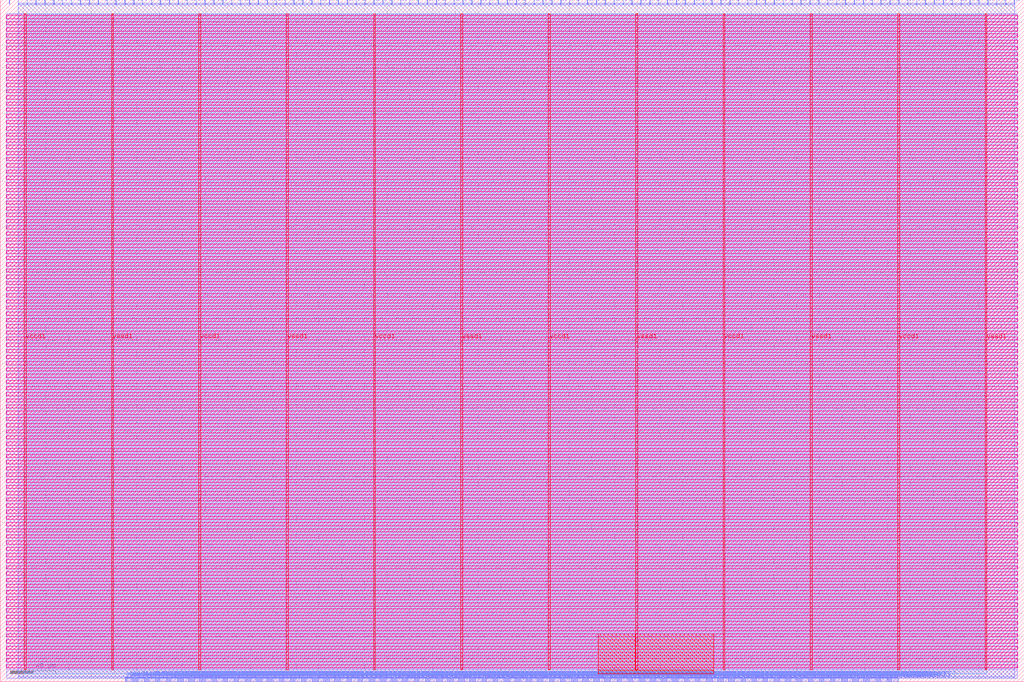
<source format=lef>
VERSION 5.7 ;
  NOWIREEXTENSIONATPIN ON ;
  DIVIDERCHAR "/" ;
  BUSBITCHARS "[]" ;
MACRO sha3
  CLASS BLOCK ;
  FOREIGN sha3 ;
  ORIGIN 0.000 0.000 ;
  SIZE 900.000 BY 600.000 ;
  PIN io_in[0]
    DIRECTION INPUT ;
    USE SIGNAL ;
    PORT
      LAYER met2 ;
        RECT 7.910 596.000 8.190 600.000 ;
    END
  END io_in[0]
  PIN io_in[10]
    DIRECTION INPUT ;
    USE SIGNAL ;
    PORT
      LAYER met2 ;
        RECT 242.510 596.000 242.790 600.000 ;
    END
  END io_in[10]
  PIN io_in[11]
    DIRECTION INPUT ;
    USE SIGNAL ;
    PORT
      LAYER met2 ;
        RECT 265.970 596.000 266.250 600.000 ;
    END
  END io_in[11]
  PIN io_in[12]
    DIRECTION INPUT ;
    USE SIGNAL ;
    PORT
      LAYER met2 ;
        RECT 289.430 596.000 289.710 600.000 ;
    END
  END io_in[12]
  PIN io_in[13]
    DIRECTION INPUT ;
    USE SIGNAL ;
    PORT
      LAYER met2 ;
        RECT 312.890 596.000 313.170 600.000 ;
    END
  END io_in[13]
  PIN io_in[14]
    DIRECTION INPUT ;
    USE SIGNAL ;
    PORT
      LAYER met2 ;
        RECT 336.350 596.000 336.630 600.000 ;
    END
  END io_in[14]
  PIN io_in[15]
    DIRECTION INPUT ;
    USE SIGNAL ;
    PORT
      LAYER met2 ;
        RECT 359.810 596.000 360.090 600.000 ;
    END
  END io_in[15]
  PIN io_in[16]
    DIRECTION INPUT ;
    USE SIGNAL ;
    PORT
      LAYER met2 ;
        RECT 383.270 596.000 383.550 600.000 ;
    END
  END io_in[16]
  PIN io_in[17]
    DIRECTION INPUT ;
    USE SIGNAL ;
    PORT
      LAYER met2 ;
        RECT 406.730 596.000 407.010 600.000 ;
    END
  END io_in[17]
  PIN io_in[18]
    DIRECTION INPUT ;
    USE SIGNAL ;
    PORT
      LAYER met2 ;
        RECT 430.190 596.000 430.470 600.000 ;
    END
  END io_in[18]
  PIN io_in[19]
    DIRECTION INPUT ;
    USE SIGNAL ;
    PORT
      LAYER met2 ;
        RECT 453.650 596.000 453.930 600.000 ;
    END
  END io_in[19]
  PIN io_in[1]
    DIRECTION INPUT ;
    USE SIGNAL ;
    PORT
      LAYER met2 ;
        RECT 31.370 596.000 31.650 600.000 ;
    END
  END io_in[1]
  PIN io_in[20]
    DIRECTION INPUT ;
    USE SIGNAL ;
    PORT
      LAYER met2 ;
        RECT 477.110 596.000 477.390 600.000 ;
    END
  END io_in[20]
  PIN io_in[21]
    DIRECTION INPUT ;
    USE SIGNAL ;
    PORT
      LAYER met2 ;
        RECT 500.570 596.000 500.850 600.000 ;
    END
  END io_in[21]
  PIN io_in[22]
    DIRECTION INPUT ;
    USE SIGNAL ;
    PORT
      LAYER met2 ;
        RECT 524.030 596.000 524.310 600.000 ;
    END
  END io_in[22]
  PIN io_in[23]
    DIRECTION INPUT ;
    USE SIGNAL ;
    PORT
      LAYER met2 ;
        RECT 547.490 596.000 547.770 600.000 ;
    END
  END io_in[23]
  PIN io_in[24]
    DIRECTION INPUT ;
    USE SIGNAL ;
    PORT
      LAYER met2 ;
        RECT 570.950 596.000 571.230 600.000 ;
    END
  END io_in[24]
  PIN io_in[25]
    DIRECTION INPUT ;
    USE SIGNAL ;
    PORT
      LAYER met2 ;
        RECT 594.410 596.000 594.690 600.000 ;
    END
  END io_in[25]
  PIN io_in[26]
    DIRECTION INPUT ;
    USE SIGNAL ;
    PORT
      LAYER met2 ;
        RECT 617.870 596.000 618.150 600.000 ;
    END
  END io_in[26]
  PIN io_in[27]
    DIRECTION INPUT ;
    USE SIGNAL ;
    PORT
      LAYER met2 ;
        RECT 641.330 596.000 641.610 600.000 ;
    END
  END io_in[27]
  PIN io_in[28]
    DIRECTION INPUT ;
    USE SIGNAL ;
    PORT
      LAYER met2 ;
        RECT 664.790 596.000 665.070 600.000 ;
    END
  END io_in[28]
  PIN io_in[29]
    DIRECTION INPUT ;
    USE SIGNAL ;
    PORT
      LAYER met2 ;
        RECT 688.250 596.000 688.530 600.000 ;
    END
  END io_in[29]
  PIN io_in[2]
    DIRECTION INPUT ;
    USE SIGNAL ;
    PORT
      LAYER met2 ;
        RECT 54.830 596.000 55.110 600.000 ;
    END
  END io_in[2]
  PIN io_in[30]
    DIRECTION INPUT ;
    USE SIGNAL ;
    PORT
      LAYER met2 ;
        RECT 711.710 596.000 711.990 600.000 ;
    END
  END io_in[30]
  PIN io_in[31]
    DIRECTION INPUT ;
    USE SIGNAL ;
    PORT
      LAYER met2 ;
        RECT 735.170 596.000 735.450 600.000 ;
    END
  END io_in[31]
  PIN io_in[32]
    DIRECTION INPUT ;
    USE SIGNAL ;
    PORT
      LAYER met2 ;
        RECT 758.630 596.000 758.910 600.000 ;
    END
  END io_in[32]
  PIN io_in[33]
    DIRECTION INPUT ;
    USE SIGNAL ;
    PORT
      LAYER met2 ;
        RECT 782.090 596.000 782.370 600.000 ;
    END
  END io_in[33]
  PIN io_in[34]
    DIRECTION INPUT ;
    USE SIGNAL ;
    PORT
      LAYER met2 ;
        RECT 805.550 596.000 805.830 600.000 ;
    END
  END io_in[34]
  PIN io_in[35]
    DIRECTION INPUT ;
    USE SIGNAL ;
    PORT
      LAYER met2 ;
        RECT 829.010 596.000 829.290 600.000 ;
    END
  END io_in[35]
  PIN io_in[36]
    DIRECTION INPUT ;
    USE SIGNAL ;
    PORT
      LAYER met2 ;
        RECT 852.470 596.000 852.750 600.000 ;
    END
  END io_in[36]
  PIN io_in[37]
    DIRECTION INPUT ;
    USE SIGNAL ;
    PORT
      LAYER met2 ;
        RECT 875.930 596.000 876.210 600.000 ;
    END
  END io_in[37]
  PIN io_in[3]
    DIRECTION INPUT ;
    USE SIGNAL ;
    PORT
      LAYER met2 ;
        RECT 78.290 596.000 78.570 600.000 ;
    END
  END io_in[3]
  PIN io_in[4]
    DIRECTION INPUT ;
    USE SIGNAL ;
    PORT
      LAYER met2 ;
        RECT 101.750 596.000 102.030 600.000 ;
    END
  END io_in[4]
  PIN io_in[5]
    DIRECTION INPUT ;
    USE SIGNAL ;
    PORT
      LAYER met2 ;
        RECT 125.210 596.000 125.490 600.000 ;
    END
  END io_in[5]
  PIN io_in[6]
    DIRECTION INPUT ;
    USE SIGNAL ;
    PORT
      LAYER met2 ;
        RECT 148.670 596.000 148.950 600.000 ;
    END
  END io_in[6]
  PIN io_in[7]
    DIRECTION INPUT ;
    USE SIGNAL ;
    PORT
      LAYER met2 ;
        RECT 172.130 596.000 172.410 600.000 ;
    END
  END io_in[7]
  PIN io_in[8]
    DIRECTION INPUT ;
    USE SIGNAL ;
    PORT
      LAYER met2 ;
        RECT 195.590 596.000 195.870 600.000 ;
    END
  END io_in[8]
  PIN io_in[9]
    DIRECTION INPUT ;
    USE SIGNAL ;
    PORT
      LAYER met2 ;
        RECT 219.050 596.000 219.330 600.000 ;
    END
  END io_in[9]
  PIN io_oeb[0]
    DIRECTION OUTPUT TRISTATE ;
    USE SIGNAL ;
    PORT
      LAYER met2 ;
        RECT 15.730 596.000 16.010 600.000 ;
    END
  END io_oeb[0]
  PIN io_oeb[10]
    DIRECTION OUTPUT TRISTATE ;
    USE SIGNAL ;
    PORT
      LAYER met2 ;
        RECT 250.330 596.000 250.610 600.000 ;
    END
  END io_oeb[10]
  PIN io_oeb[11]
    DIRECTION OUTPUT TRISTATE ;
    USE SIGNAL ;
    PORT
      LAYER met2 ;
        RECT 273.790 596.000 274.070 600.000 ;
    END
  END io_oeb[11]
  PIN io_oeb[12]
    DIRECTION OUTPUT TRISTATE ;
    USE SIGNAL ;
    PORT
      LAYER met2 ;
        RECT 297.250 596.000 297.530 600.000 ;
    END
  END io_oeb[12]
  PIN io_oeb[13]
    DIRECTION OUTPUT TRISTATE ;
    USE SIGNAL ;
    PORT
      LAYER met2 ;
        RECT 320.710 596.000 320.990 600.000 ;
    END
  END io_oeb[13]
  PIN io_oeb[14]
    DIRECTION OUTPUT TRISTATE ;
    USE SIGNAL ;
    PORT
      LAYER met2 ;
        RECT 344.170 596.000 344.450 600.000 ;
    END
  END io_oeb[14]
  PIN io_oeb[15]
    DIRECTION OUTPUT TRISTATE ;
    USE SIGNAL ;
    PORT
      LAYER met2 ;
        RECT 367.630 596.000 367.910 600.000 ;
    END
  END io_oeb[15]
  PIN io_oeb[16]
    DIRECTION OUTPUT TRISTATE ;
    USE SIGNAL ;
    PORT
      LAYER met2 ;
        RECT 391.090 596.000 391.370 600.000 ;
    END
  END io_oeb[16]
  PIN io_oeb[17]
    DIRECTION OUTPUT TRISTATE ;
    USE SIGNAL ;
    PORT
      LAYER met2 ;
        RECT 414.550 596.000 414.830 600.000 ;
    END
  END io_oeb[17]
  PIN io_oeb[18]
    DIRECTION OUTPUT TRISTATE ;
    USE SIGNAL ;
    PORT
      LAYER met2 ;
        RECT 438.010 596.000 438.290 600.000 ;
    END
  END io_oeb[18]
  PIN io_oeb[19]
    DIRECTION OUTPUT TRISTATE ;
    USE SIGNAL ;
    PORT
      LAYER met2 ;
        RECT 461.470 596.000 461.750 600.000 ;
    END
  END io_oeb[19]
  PIN io_oeb[1]
    DIRECTION OUTPUT TRISTATE ;
    USE SIGNAL ;
    PORT
      LAYER met2 ;
        RECT 39.190 596.000 39.470 600.000 ;
    END
  END io_oeb[1]
  PIN io_oeb[20]
    DIRECTION OUTPUT TRISTATE ;
    USE SIGNAL ;
    PORT
      LAYER met2 ;
        RECT 484.930 596.000 485.210 600.000 ;
    END
  END io_oeb[20]
  PIN io_oeb[21]
    DIRECTION OUTPUT TRISTATE ;
    USE SIGNAL ;
    PORT
      LAYER met2 ;
        RECT 508.390 596.000 508.670 600.000 ;
    END
  END io_oeb[21]
  PIN io_oeb[22]
    DIRECTION OUTPUT TRISTATE ;
    USE SIGNAL ;
    PORT
      LAYER met2 ;
        RECT 531.850 596.000 532.130 600.000 ;
    END
  END io_oeb[22]
  PIN io_oeb[23]
    DIRECTION OUTPUT TRISTATE ;
    USE SIGNAL ;
    PORT
      LAYER met2 ;
        RECT 555.310 596.000 555.590 600.000 ;
    END
  END io_oeb[23]
  PIN io_oeb[24]
    DIRECTION OUTPUT TRISTATE ;
    USE SIGNAL ;
    PORT
      LAYER met2 ;
        RECT 578.770 596.000 579.050 600.000 ;
    END
  END io_oeb[24]
  PIN io_oeb[25]
    DIRECTION OUTPUT TRISTATE ;
    USE SIGNAL ;
    PORT
      LAYER met2 ;
        RECT 602.230 596.000 602.510 600.000 ;
    END
  END io_oeb[25]
  PIN io_oeb[26]
    DIRECTION OUTPUT TRISTATE ;
    USE SIGNAL ;
    PORT
      LAYER met2 ;
        RECT 625.690 596.000 625.970 600.000 ;
    END
  END io_oeb[26]
  PIN io_oeb[27]
    DIRECTION OUTPUT TRISTATE ;
    USE SIGNAL ;
    PORT
      LAYER met2 ;
        RECT 649.150 596.000 649.430 600.000 ;
    END
  END io_oeb[27]
  PIN io_oeb[28]
    DIRECTION OUTPUT TRISTATE ;
    USE SIGNAL ;
    PORT
      LAYER met2 ;
        RECT 672.610 596.000 672.890 600.000 ;
    END
  END io_oeb[28]
  PIN io_oeb[29]
    DIRECTION OUTPUT TRISTATE ;
    USE SIGNAL ;
    PORT
      LAYER met2 ;
        RECT 696.070 596.000 696.350 600.000 ;
    END
  END io_oeb[29]
  PIN io_oeb[2]
    DIRECTION OUTPUT TRISTATE ;
    USE SIGNAL ;
    PORT
      LAYER met2 ;
        RECT 62.650 596.000 62.930 600.000 ;
    END
  END io_oeb[2]
  PIN io_oeb[30]
    DIRECTION OUTPUT TRISTATE ;
    USE SIGNAL ;
    PORT
      LAYER met2 ;
        RECT 719.530 596.000 719.810 600.000 ;
    END
  END io_oeb[30]
  PIN io_oeb[31]
    DIRECTION OUTPUT TRISTATE ;
    USE SIGNAL ;
    PORT
      LAYER met2 ;
        RECT 742.990 596.000 743.270 600.000 ;
    END
  END io_oeb[31]
  PIN io_oeb[32]
    DIRECTION OUTPUT TRISTATE ;
    USE SIGNAL ;
    PORT
      LAYER met2 ;
        RECT 766.450 596.000 766.730 600.000 ;
    END
  END io_oeb[32]
  PIN io_oeb[33]
    DIRECTION OUTPUT TRISTATE ;
    USE SIGNAL ;
    PORT
      LAYER met2 ;
        RECT 789.910 596.000 790.190 600.000 ;
    END
  END io_oeb[33]
  PIN io_oeb[34]
    DIRECTION OUTPUT TRISTATE ;
    USE SIGNAL ;
    PORT
      LAYER met2 ;
        RECT 813.370 596.000 813.650 600.000 ;
    END
  END io_oeb[34]
  PIN io_oeb[35]
    DIRECTION OUTPUT TRISTATE ;
    USE SIGNAL ;
    PORT
      LAYER met2 ;
        RECT 836.830 596.000 837.110 600.000 ;
    END
  END io_oeb[35]
  PIN io_oeb[36]
    DIRECTION OUTPUT TRISTATE ;
    USE SIGNAL ;
    PORT
      LAYER met2 ;
        RECT 860.290 596.000 860.570 600.000 ;
    END
  END io_oeb[36]
  PIN io_oeb[37]
    DIRECTION OUTPUT TRISTATE ;
    USE SIGNAL ;
    PORT
      LAYER met2 ;
        RECT 883.750 596.000 884.030 600.000 ;
    END
  END io_oeb[37]
  PIN io_oeb[3]
    DIRECTION OUTPUT TRISTATE ;
    USE SIGNAL ;
    PORT
      LAYER met2 ;
        RECT 86.110 596.000 86.390 600.000 ;
    END
  END io_oeb[3]
  PIN io_oeb[4]
    DIRECTION OUTPUT TRISTATE ;
    USE SIGNAL ;
    PORT
      LAYER met2 ;
        RECT 109.570 596.000 109.850 600.000 ;
    END
  END io_oeb[4]
  PIN io_oeb[5]
    DIRECTION OUTPUT TRISTATE ;
    USE SIGNAL ;
    PORT
      LAYER met2 ;
        RECT 133.030 596.000 133.310 600.000 ;
    END
  END io_oeb[5]
  PIN io_oeb[6]
    DIRECTION OUTPUT TRISTATE ;
    USE SIGNAL ;
    PORT
      LAYER met2 ;
        RECT 156.490 596.000 156.770 600.000 ;
    END
  END io_oeb[6]
  PIN io_oeb[7]
    DIRECTION OUTPUT TRISTATE ;
    USE SIGNAL ;
    PORT
      LAYER met2 ;
        RECT 179.950 596.000 180.230 600.000 ;
    END
  END io_oeb[7]
  PIN io_oeb[8]
    DIRECTION OUTPUT TRISTATE ;
    USE SIGNAL ;
    PORT
      LAYER met2 ;
        RECT 203.410 596.000 203.690 600.000 ;
    END
  END io_oeb[8]
  PIN io_oeb[9]
    DIRECTION OUTPUT TRISTATE ;
    USE SIGNAL ;
    PORT
      LAYER met2 ;
        RECT 226.870 596.000 227.150 600.000 ;
    END
  END io_oeb[9]
  PIN io_out[0]
    DIRECTION OUTPUT TRISTATE ;
    USE SIGNAL ;
    PORT
      LAYER met2 ;
        RECT 23.550 596.000 23.830 600.000 ;
    END
  END io_out[0]
  PIN io_out[10]
    DIRECTION OUTPUT TRISTATE ;
    USE SIGNAL ;
    PORT
      LAYER met2 ;
        RECT 258.150 596.000 258.430 600.000 ;
    END
  END io_out[10]
  PIN io_out[11]
    DIRECTION OUTPUT TRISTATE ;
    USE SIGNAL ;
    PORT
      LAYER met2 ;
        RECT 281.610 596.000 281.890 600.000 ;
    END
  END io_out[11]
  PIN io_out[12]
    DIRECTION OUTPUT TRISTATE ;
    USE SIGNAL ;
    PORT
      LAYER met2 ;
        RECT 305.070 596.000 305.350 600.000 ;
    END
  END io_out[12]
  PIN io_out[13]
    DIRECTION OUTPUT TRISTATE ;
    USE SIGNAL ;
    PORT
      LAYER met2 ;
        RECT 328.530 596.000 328.810 600.000 ;
    END
  END io_out[13]
  PIN io_out[14]
    DIRECTION OUTPUT TRISTATE ;
    USE SIGNAL ;
    PORT
      LAYER met2 ;
        RECT 351.990 596.000 352.270 600.000 ;
    END
  END io_out[14]
  PIN io_out[15]
    DIRECTION OUTPUT TRISTATE ;
    USE SIGNAL ;
    PORT
      LAYER met2 ;
        RECT 375.450 596.000 375.730 600.000 ;
    END
  END io_out[15]
  PIN io_out[16]
    DIRECTION OUTPUT TRISTATE ;
    USE SIGNAL ;
    PORT
      LAYER met2 ;
        RECT 398.910 596.000 399.190 600.000 ;
    END
  END io_out[16]
  PIN io_out[17]
    DIRECTION OUTPUT TRISTATE ;
    USE SIGNAL ;
    PORT
      LAYER met2 ;
        RECT 422.370 596.000 422.650 600.000 ;
    END
  END io_out[17]
  PIN io_out[18]
    DIRECTION OUTPUT TRISTATE ;
    USE SIGNAL ;
    PORT
      LAYER met2 ;
        RECT 445.830 596.000 446.110 600.000 ;
    END
  END io_out[18]
  PIN io_out[19]
    DIRECTION OUTPUT TRISTATE ;
    USE SIGNAL ;
    PORT
      LAYER met2 ;
        RECT 469.290 596.000 469.570 600.000 ;
    END
  END io_out[19]
  PIN io_out[1]
    DIRECTION OUTPUT TRISTATE ;
    USE SIGNAL ;
    PORT
      LAYER met2 ;
        RECT 47.010 596.000 47.290 600.000 ;
    END
  END io_out[1]
  PIN io_out[20]
    DIRECTION OUTPUT TRISTATE ;
    USE SIGNAL ;
    PORT
      LAYER met2 ;
        RECT 492.750 596.000 493.030 600.000 ;
    END
  END io_out[20]
  PIN io_out[21]
    DIRECTION OUTPUT TRISTATE ;
    USE SIGNAL ;
    PORT
      LAYER met2 ;
        RECT 516.210 596.000 516.490 600.000 ;
    END
  END io_out[21]
  PIN io_out[22]
    DIRECTION OUTPUT TRISTATE ;
    USE SIGNAL ;
    PORT
      LAYER met2 ;
        RECT 539.670 596.000 539.950 600.000 ;
    END
  END io_out[22]
  PIN io_out[23]
    DIRECTION OUTPUT TRISTATE ;
    USE SIGNAL ;
    PORT
      LAYER met2 ;
        RECT 563.130 596.000 563.410 600.000 ;
    END
  END io_out[23]
  PIN io_out[24]
    DIRECTION OUTPUT TRISTATE ;
    USE SIGNAL ;
    PORT
      LAYER met2 ;
        RECT 586.590 596.000 586.870 600.000 ;
    END
  END io_out[24]
  PIN io_out[25]
    DIRECTION OUTPUT TRISTATE ;
    USE SIGNAL ;
    PORT
      LAYER met2 ;
        RECT 610.050 596.000 610.330 600.000 ;
    END
  END io_out[25]
  PIN io_out[26]
    DIRECTION OUTPUT TRISTATE ;
    USE SIGNAL ;
    PORT
      LAYER met2 ;
        RECT 633.510 596.000 633.790 600.000 ;
    END
  END io_out[26]
  PIN io_out[27]
    DIRECTION OUTPUT TRISTATE ;
    USE SIGNAL ;
    PORT
      LAYER met2 ;
        RECT 656.970 596.000 657.250 600.000 ;
    END
  END io_out[27]
  PIN io_out[28]
    DIRECTION OUTPUT TRISTATE ;
    USE SIGNAL ;
    PORT
      LAYER met2 ;
        RECT 680.430 596.000 680.710 600.000 ;
    END
  END io_out[28]
  PIN io_out[29]
    DIRECTION OUTPUT TRISTATE ;
    USE SIGNAL ;
    PORT
      LAYER met2 ;
        RECT 703.890 596.000 704.170 600.000 ;
    END
  END io_out[29]
  PIN io_out[2]
    DIRECTION OUTPUT TRISTATE ;
    USE SIGNAL ;
    PORT
      LAYER met2 ;
        RECT 70.470 596.000 70.750 600.000 ;
    END
  END io_out[2]
  PIN io_out[30]
    DIRECTION OUTPUT TRISTATE ;
    USE SIGNAL ;
    PORT
      LAYER met2 ;
        RECT 727.350 596.000 727.630 600.000 ;
    END
  END io_out[30]
  PIN io_out[31]
    DIRECTION OUTPUT TRISTATE ;
    USE SIGNAL ;
    PORT
      LAYER met2 ;
        RECT 750.810 596.000 751.090 600.000 ;
    END
  END io_out[31]
  PIN io_out[32]
    DIRECTION OUTPUT TRISTATE ;
    USE SIGNAL ;
    PORT
      LAYER met2 ;
        RECT 774.270 596.000 774.550 600.000 ;
    END
  END io_out[32]
  PIN io_out[33]
    DIRECTION OUTPUT TRISTATE ;
    USE SIGNAL ;
    PORT
      LAYER met2 ;
        RECT 797.730 596.000 798.010 600.000 ;
    END
  END io_out[33]
  PIN io_out[34]
    DIRECTION OUTPUT TRISTATE ;
    USE SIGNAL ;
    PORT
      LAYER met2 ;
        RECT 821.190 596.000 821.470 600.000 ;
    END
  END io_out[34]
  PIN io_out[35]
    DIRECTION OUTPUT TRISTATE ;
    USE SIGNAL ;
    PORT
      LAYER met2 ;
        RECT 844.650 596.000 844.930 600.000 ;
    END
  END io_out[35]
  PIN io_out[36]
    DIRECTION OUTPUT TRISTATE ;
    USE SIGNAL ;
    PORT
      LAYER met2 ;
        RECT 868.110 596.000 868.390 600.000 ;
    END
  END io_out[36]
  PIN io_out[37]
    DIRECTION OUTPUT TRISTATE ;
    USE SIGNAL ;
    PORT
      LAYER met2 ;
        RECT 891.570 596.000 891.850 600.000 ;
    END
  END io_out[37]
  PIN io_out[3]
    DIRECTION OUTPUT TRISTATE ;
    USE SIGNAL ;
    PORT
      LAYER met2 ;
        RECT 93.930 596.000 94.210 600.000 ;
    END
  END io_out[3]
  PIN io_out[4]
    DIRECTION OUTPUT TRISTATE ;
    USE SIGNAL ;
    PORT
      LAYER met2 ;
        RECT 117.390 596.000 117.670 600.000 ;
    END
  END io_out[4]
  PIN io_out[5]
    DIRECTION OUTPUT TRISTATE ;
    USE SIGNAL ;
    PORT
      LAYER met2 ;
        RECT 140.850 596.000 141.130 600.000 ;
    END
  END io_out[5]
  PIN io_out[6]
    DIRECTION OUTPUT TRISTATE ;
    USE SIGNAL ;
    PORT
      LAYER met2 ;
        RECT 164.310 596.000 164.590 600.000 ;
    END
  END io_out[6]
  PIN io_out[7]
    DIRECTION OUTPUT TRISTATE ;
    USE SIGNAL ;
    PORT
      LAYER met2 ;
        RECT 187.770 596.000 188.050 600.000 ;
    END
  END io_out[7]
  PIN io_out[8]
    DIRECTION OUTPUT TRISTATE ;
    USE SIGNAL ;
    PORT
      LAYER met2 ;
        RECT 211.230 596.000 211.510 600.000 ;
    END
  END io_out[8]
  PIN io_out[9]
    DIRECTION OUTPUT TRISTATE ;
    USE SIGNAL ;
    PORT
      LAYER met2 ;
        RECT 234.690 596.000 234.970 600.000 ;
    END
  END io_out[9]
  PIN irq[0]
    DIRECTION OUTPUT TRISTATE ;
    USE SIGNAL ;
    PORT
      LAYER met2 ;
        RECT 786.230 0.000 786.510 4.000 ;
    END
  END irq[0]
  PIN irq[1]
    DIRECTION OUTPUT TRISTATE ;
    USE SIGNAL ;
    PORT
      LAYER met2 ;
        RECT 787.610 0.000 787.890 4.000 ;
    END
  END irq[1]
  PIN irq[2]
    DIRECTION OUTPUT TRISTATE ;
    USE SIGNAL ;
    PORT
      LAYER met2 ;
        RECT 788.990 0.000 789.270 4.000 ;
    END
  END irq[2]
  PIN la_data_in[0]
    DIRECTION INPUT ;
    USE SIGNAL ;
    PORT
      LAYER met2 ;
        RECT 256.310 0.000 256.590 4.000 ;
    END
  END la_data_in[0]
  PIN la_data_in[100]
    DIRECTION INPUT ;
    USE SIGNAL ;
    PORT
      LAYER met2 ;
        RECT 670.310 0.000 670.590 4.000 ;
    END
  END la_data_in[100]
  PIN la_data_in[101]
    DIRECTION INPUT ;
    USE SIGNAL ;
    PORT
      LAYER met2 ;
        RECT 674.450 0.000 674.730 4.000 ;
    END
  END la_data_in[101]
  PIN la_data_in[102]
    DIRECTION INPUT ;
    USE SIGNAL ;
    PORT
      LAYER met2 ;
        RECT 678.590 0.000 678.870 4.000 ;
    END
  END la_data_in[102]
  PIN la_data_in[103]
    DIRECTION INPUT ;
    USE SIGNAL ;
    PORT
      LAYER met2 ;
        RECT 682.730 0.000 683.010 4.000 ;
    END
  END la_data_in[103]
  PIN la_data_in[104]
    DIRECTION INPUT ;
    USE SIGNAL ;
    PORT
      LAYER met2 ;
        RECT 686.870 0.000 687.150 4.000 ;
    END
  END la_data_in[104]
  PIN la_data_in[105]
    DIRECTION INPUT ;
    USE SIGNAL ;
    PORT
      LAYER met2 ;
        RECT 691.010 0.000 691.290 4.000 ;
    END
  END la_data_in[105]
  PIN la_data_in[106]
    DIRECTION INPUT ;
    USE SIGNAL ;
    PORT
      LAYER met2 ;
        RECT 695.150 0.000 695.430 4.000 ;
    END
  END la_data_in[106]
  PIN la_data_in[107]
    DIRECTION INPUT ;
    USE SIGNAL ;
    PORT
      LAYER met2 ;
        RECT 699.290 0.000 699.570 4.000 ;
    END
  END la_data_in[107]
  PIN la_data_in[108]
    DIRECTION INPUT ;
    USE SIGNAL ;
    PORT
      LAYER met2 ;
        RECT 703.430 0.000 703.710 4.000 ;
    END
  END la_data_in[108]
  PIN la_data_in[109]
    DIRECTION INPUT ;
    USE SIGNAL ;
    PORT
      LAYER met2 ;
        RECT 707.570 0.000 707.850 4.000 ;
    END
  END la_data_in[109]
  PIN la_data_in[10]
    DIRECTION INPUT ;
    USE SIGNAL ;
    PORT
      LAYER met2 ;
        RECT 297.710 0.000 297.990 4.000 ;
    END
  END la_data_in[10]
  PIN la_data_in[110]
    DIRECTION INPUT ;
    USE SIGNAL ;
    PORT
      LAYER met2 ;
        RECT 711.710 0.000 711.990 4.000 ;
    END
  END la_data_in[110]
  PIN la_data_in[111]
    DIRECTION INPUT ;
    USE SIGNAL ;
    PORT
      LAYER met2 ;
        RECT 715.850 0.000 716.130 4.000 ;
    END
  END la_data_in[111]
  PIN la_data_in[112]
    DIRECTION INPUT ;
    USE SIGNAL ;
    PORT
      LAYER met2 ;
        RECT 719.990 0.000 720.270 4.000 ;
    END
  END la_data_in[112]
  PIN la_data_in[113]
    DIRECTION INPUT ;
    USE SIGNAL ;
    PORT
      LAYER met2 ;
        RECT 724.130 0.000 724.410 4.000 ;
    END
  END la_data_in[113]
  PIN la_data_in[114]
    DIRECTION INPUT ;
    USE SIGNAL ;
    PORT
      LAYER met2 ;
        RECT 728.270 0.000 728.550 4.000 ;
    END
  END la_data_in[114]
  PIN la_data_in[115]
    DIRECTION INPUT ;
    USE SIGNAL ;
    PORT
      LAYER met2 ;
        RECT 732.410 0.000 732.690 4.000 ;
    END
  END la_data_in[115]
  PIN la_data_in[116]
    DIRECTION INPUT ;
    USE SIGNAL ;
    PORT
      LAYER met2 ;
        RECT 736.550 0.000 736.830 4.000 ;
    END
  END la_data_in[116]
  PIN la_data_in[117]
    DIRECTION INPUT ;
    USE SIGNAL ;
    PORT
      LAYER met2 ;
        RECT 740.690 0.000 740.970 4.000 ;
    END
  END la_data_in[117]
  PIN la_data_in[118]
    DIRECTION INPUT ;
    USE SIGNAL ;
    PORT
      LAYER met2 ;
        RECT 744.830 0.000 745.110 4.000 ;
    END
  END la_data_in[118]
  PIN la_data_in[119]
    DIRECTION INPUT ;
    USE SIGNAL ;
    PORT
      LAYER met2 ;
        RECT 748.970 0.000 749.250 4.000 ;
    END
  END la_data_in[119]
  PIN la_data_in[11]
    DIRECTION INPUT ;
    USE SIGNAL ;
    PORT
      LAYER met2 ;
        RECT 301.850 0.000 302.130 4.000 ;
    END
  END la_data_in[11]
  PIN la_data_in[120]
    DIRECTION INPUT ;
    USE SIGNAL ;
    PORT
      LAYER met2 ;
        RECT 753.110 0.000 753.390 4.000 ;
    END
  END la_data_in[120]
  PIN la_data_in[121]
    DIRECTION INPUT ;
    USE SIGNAL ;
    PORT
      LAYER met2 ;
        RECT 757.250 0.000 757.530 4.000 ;
    END
  END la_data_in[121]
  PIN la_data_in[122]
    DIRECTION INPUT ;
    USE SIGNAL ;
    PORT
      LAYER met2 ;
        RECT 761.390 0.000 761.670 4.000 ;
    END
  END la_data_in[122]
  PIN la_data_in[123]
    DIRECTION INPUT ;
    USE SIGNAL ;
    PORT
      LAYER met2 ;
        RECT 765.530 0.000 765.810 4.000 ;
    END
  END la_data_in[123]
  PIN la_data_in[124]
    DIRECTION INPUT ;
    USE SIGNAL ;
    PORT
      LAYER met2 ;
        RECT 769.670 0.000 769.950 4.000 ;
    END
  END la_data_in[124]
  PIN la_data_in[125]
    DIRECTION INPUT ;
    USE SIGNAL ;
    PORT
      LAYER met2 ;
        RECT 773.810 0.000 774.090 4.000 ;
    END
  END la_data_in[125]
  PIN la_data_in[126]
    DIRECTION INPUT ;
    USE SIGNAL ;
    PORT
      LAYER met2 ;
        RECT 777.950 0.000 778.230 4.000 ;
    END
  END la_data_in[126]
  PIN la_data_in[127]
    DIRECTION INPUT ;
    USE SIGNAL ;
    PORT
      LAYER met2 ;
        RECT 782.090 0.000 782.370 4.000 ;
    END
  END la_data_in[127]
  PIN la_data_in[12]
    DIRECTION INPUT ;
    USE SIGNAL ;
    PORT
      LAYER met2 ;
        RECT 305.990 0.000 306.270 4.000 ;
    END
  END la_data_in[12]
  PIN la_data_in[13]
    DIRECTION INPUT ;
    USE SIGNAL ;
    PORT
      LAYER met2 ;
        RECT 310.130 0.000 310.410 4.000 ;
    END
  END la_data_in[13]
  PIN la_data_in[14]
    DIRECTION INPUT ;
    USE SIGNAL ;
    PORT
      LAYER met2 ;
        RECT 314.270 0.000 314.550 4.000 ;
    END
  END la_data_in[14]
  PIN la_data_in[15]
    DIRECTION INPUT ;
    USE SIGNAL ;
    PORT
      LAYER met2 ;
        RECT 318.410 0.000 318.690 4.000 ;
    END
  END la_data_in[15]
  PIN la_data_in[16]
    DIRECTION INPUT ;
    USE SIGNAL ;
    PORT
      LAYER met2 ;
        RECT 322.550 0.000 322.830 4.000 ;
    END
  END la_data_in[16]
  PIN la_data_in[17]
    DIRECTION INPUT ;
    USE SIGNAL ;
    PORT
      LAYER met2 ;
        RECT 326.690 0.000 326.970 4.000 ;
    END
  END la_data_in[17]
  PIN la_data_in[18]
    DIRECTION INPUT ;
    USE SIGNAL ;
    PORT
      LAYER met2 ;
        RECT 330.830 0.000 331.110 4.000 ;
    END
  END la_data_in[18]
  PIN la_data_in[19]
    DIRECTION INPUT ;
    USE SIGNAL ;
    PORT
      LAYER met2 ;
        RECT 334.970 0.000 335.250 4.000 ;
    END
  END la_data_in[19]
  PIN la_data_in[1]
    DIRECTION INPUT ;
    USE SIGNAL ;
    PORT
      LAYER met2 ;
        RECT 260.450 0.000 260.730 4.000 ;
    END
  END la_data_in[1]
  PIN la_data_in[20]
    DIRECTION INPUT ;
    USE SIGNAL ;
    PORT
      LAYER met2 ;
        RECT 339.110 0.000 339.390 4.000 ;
    END
  END la_data_in[20]
  PIN la_data_in[21]
    DIRECTION INPUT ;
    USE SIGNAL ;
    PORT
      LAYER met2 ;
        RECT 343.250 0.000 343.530 4.000 ;
    END
  END la_data_in[21]
  PIN la_data_in[22]
    DIRECTION INPUT ;
    USE SIGNAL ;
    PORT
      LAYER met2 ;
        RECT 347.390 0.000 347.670 4.000 ;
    END
  END la_data_in[22]
  PIN la_data_in[23]
    DIRECTION INPUT ;
    USE SIGNAL ;
    PORT
      LAYER met2 ;
        RECT 351.530 0.000 351.810 4.000 ;
    END
  END la_data_in[23]
  PIN la_data_in[24]
    DIRECTION INPUT ;
    USE SIGNAL ;
    PORT
      LAYER met2 ;
        RECT 355.670 0.000 355.950 4.000 ;
    END
  END la_data_in[24]
  PIN la_data_in[25]
    DIRECTION INPUT ;
    USE SIGNAL ;
    PORT
      LAYER met2 ;
        RECT 359.810 0.000 360.090 4.000 ;
    END
  END la_data_in[25]
  PIN la_data_in[26]
    DIRECTION INPUT ;
    USE SIGNAL ;
    PORT
      LAYER met2 ;
        RECT 363.950 0.000 364.230 4.000 ;
    END
  END la_data_in[26]
  PIN la_data_in[27]
    DIRECTION INPUT ;
    USE SIGNAL ;
    PORT
      LAYER met2 ;
        RECT 368.090 0.000 368.370 4.000 ;
    END
  END la_data_in[27]
  PIN la_data_in[28]
    DIRECTION INPUT ;
    USE SIGNAL ;
    PORT
      LAYER met2 ;
        RECT 372.230 0.000 372.510 4.000 ;
    END
  END la_data_in[28]
  PIN la_data_in[29]
    DIRECTION INPUT ;
    USE SIGNAL ;
    PORT
      LAYER met2 ;
        RECT 376.370 0.000 376.650 4.000 ;
    END
  END la_data_in[29]
  PIN la_data_in[2]
    DIRECTION INPUT ;
    USE SIGNAL ;
    PORT
      LAYER met2 ;
        RECT 264.590 0.000 264.870 4.000 ;
    END
  END la_data_in[2]
  PIN la_data_in[30]
    DIRECTION INPUT ;
    USE SIGNAL ;
    PORT
      LAYER met2 ;
        RECT 380.510 0.000 380.790 4.000 ;
    END
  END la_data_in[30]
  PIN la_data_in[31]
    DIRECTION INPUT ;
    USE SIGNAL ;
    PORT
      LAYER met2 ;
        RECT 384.650 0.000 384.930 4.000 ;
    END
  END la_data_in[31]
  PIN la_data_in[32]
    DIRECTION INPUT ;
    USE SIGNAL ;
    PORT
      LAYER met2 ;
        RECT 388.790 0.000 389.070 4.000 ;
    END
  END la_data_in[32]
  PIN la_data_in[33]
    DIRECTION INPUT ;
    USE SIGNAL ;
    PORT
      LAYER met2 ;
        RECT 392.930 0.000 393.210 4.000 ;
    END
  END la_data_in[33]
  PIN la_data_in[34]
    DIRECTION INPUT ;
    USE SIGNAL ;
    PORT
      LAYER met2 ;
        RECT 397.070 0.000 397.350 4.000 ;
    END
  END la_data_in[34]
  PIN la_data_in[35]
    DIRECTION INPUT ;
    USE SIGNAL ;
    PORT
      LAYER met2 ;
        RECT 401.210 0.000 401.490 4.000 ;
    END
  END la_data_in[35]
  PIN la_data_in[36]
    DIRECTION INPUT ;
    USE SIGNAL ;
    PORT
      LAYER met2 ;
        RECT 405.350 0.000 405.630 4.000 ;
    END
  END la_data_in[36]
  PIN la_data_in[37]
    DIRECTION INPUT ;
    USE SIGNAL ;
    PORT
      LAYER met2 ;
        RECT 409.490 0.000 409.770 4.000 ;
    END
  END la_data_in[37]
  PIN la_data_in[38]
    DIRECTION INPUT ;
    USE SIGNAL ;
    PORT
      LAYER met2 ;
        RECT 413.630 0.000 413.910 4.000 ;
    END
  END la_data_in[38]
  PIN la_data_in[39]
    DIRECTION INPUT ;
    USE SIGNAL ;
    PORT
      LAYER met2 ;
        RECT 417.770 0.000 418.050 4.000 ;
    END
  END la_data_in[39]
  PIN la_data_in[3]
    DIRECTION INPUT ;
    USE SIGNAL ;
    PORT
      LAYER met2 ;
        RECT 268.730 0.000 269.010 4.000 ;
    END
  END la_data_in[3]
  PIN la_data_in[40]
    DIRECTION INPUT ;
    USE SIGNAL ;
    PORT
      LAYER met2 ;
        RECT 421.910 0.000 422.190 4.000 ;
    END
  END la_data_in[40]
  PIN la_data_in[41]
    DIRECTION INPUT ;
    USE SIGNAL ;
    PORT
      LAYER met2 ;
        RECT 426.050 0.000 426.330 4.000 ;
    END
  END la_data_in[41]
  PIN la_data_in[42]
    DIRECTION INPUT ;
    USE SIGNAL ;
    PORT
      LAYER met2 ;
        RECT 430.190 0.000 430.470 4.000 ;
    END
  END la_data_in[42]
  PIN la_data_in[43]
    DIRECTION INPUT ;
    USE SIGNAL ;
    PORT
      LAYER met2 ;
        RECT 434.330 0.000 434.610 4.000 ;
    END
  END la_data_in[43]
  PIN la_data_in[44]
    DIRECTION INPUT ;
    USE SIGNAL ;
    PORT
      LAYER met2 ;
        RECT 438.470 0.000 438.750 4.000 ;
    END
  END la_data_in[44]
  PIN la_data_in[45]
    DIRECTION INPUT ;
    USE SIGNAL ;
    PORT
      LAYER met2 ;
        RECT 442.610 0.000 442.890 4.000 ;
    END
  END la_data_in[45]
  PIN la_data_in[46]
    DIRECTION INPUT ;
    USE SIGNAL ;
    PORT
      LAYER met2 ;
        RECT 446.750 0.000 447.030 4.000 ;
    END
  END la_data_in[46]
  PIN la_data_in[47]
    DIRECTION INPUT ;
    USE SIGNAL ;
    PORT
      LAYER met2 ;
        RECT 450.890 0.000 451.170 4.000 ;
    END
  END la_data_in[47]
  PIN la_data_in[48]
    DIRECTION INPUT ;
    USE SIGNAL ;
    PORT
      LAYER met2 ;
        RECT 455.030 0.000 455.310 4.000 ;
    END
  END la_data_in[48]
  PIN la_data_in[49]
    DIRECTION INPUT ;
    USE SIGNAL ;
    PORT
      LAYER met2 ;
        RECT 459.170 0.000 459.450 4.000 ;
    END
  END la_data_in[49]
  PIN la_data_in[4]
    DIRECTION INPUT ;
    USE SIGNAL ;
    PORT
      LAYER met2 ;
        RECT 272.870 0.000 273.150 4.000 ;
    END
  END la_data_in[4]
  PIN la_data_in[50]
    DIRECTION INPUT ;
    USE SIGNAL ;
    PORT
      LAYER met2 ;
        RECT 463.310 0.000 463.590 4.000 ;
    END
  END la_data_in[50]
  PIN la_data_in[51]
    DIRECTION INPUT ;
    USE SIGNAL ;
    PORT
      LAYER met2 ;
        RECT 467.450 0.000 467.730 4.000 ;
    END
  END la_data_in[51]
  PIN la_data_in[52]
    DIRECTION INPUT ;
    USE SIGNAL ;
    PORT
      LAYER met2 ;
        RECT 471.590 0.000 471.870 4.000 ;
    END
  END la_data_in[52]
  PIN la_data_in[53]
    DIRECTION INPUT ;
    USE SIGNAL ;
    PORT
      LAYER met2 ;
        RECT 475.730 0.000 476.010 4.000 ;
    END
  END la_data_in[53]
  PIN la_data_in[54]
    DIRECTION INPUT ;
    USE SIGNAL ;
    PORT
      LAYER met2 ;
        RECT 479.870 0.000 480.150 4.000 ;
    END
  END la_data_in[54]
  PIN la_data_in[55]
    DIRECTION INPUT ;
    USE SIGNAL ;
    PORT
      LAYER met2 ;
        RECT 484.010 0.000 484.290 4.000 ;
    END
  END la_data_in[55]
  PIN la_data_in[56]
    DIRECTION INPUT ;
    USE SIGNAL ;
    PORT
      LAYER met2 ;
        RECT 488.150 0.000 488.430 4.000 ;
    END
  END la_data_in[56]
  PIN la_data_in[57]
    DIRECTION INPUT ;
    USE SIGNAL ;
    PORT
      LAYER met2 ;
        RECT 492.290 0.000 492.570 4.000 ;
    END
  END la_data_in[57]
  PIN la_data_in[58]
    DIRECTION INPUT ;
    USE SIGNAL ;
    PORT
      LAYER met2 ;
        RECT 496.430 0.000 496.710 4.000 ;
    END
  END la_data_in[58]
  PIN la_data_in[59]
    DIRECTION INPUT ;
    USE SIGNAL ;
    PORT
      LAYER met2 ;
        RECT 500.570 0.000 500.850 4.000 ;
    END
  END la_data_in[59]
  PIN la_data_in[5]
    DIRECTION INPUT ;
    USE SIGNAL ;
    PORT
      LAYER met2 ;
        RECT 277.010 0.000 277.290 4.000 ;
    END
  END la_data_in[5]
  PIN la_data_in[60]
    DIRECTION INPUT ;
    USE SIGNAL ;
    PORT
      LAYER met2 ;
        RECT 504.710 0.000 504.990 4.000 ;
    END
  END la_data_in[60]
  PIN la_data_in[61]
    DIRECTION INPUT ;
    USE SIGNAL ;
    PORT
      LAYER met2 ;
        RECT 508.850 0.000 509.130 4.000 ;
    END
  END la_data_in[61]
  PIN la_data_in[62]
    DIRECTION INPUT ;
    USE SIGNAL ;
    PORT
      LAYER met2 ;
        RECT 512.990 0.000 513.270 4.000 ;
    END
  END la_data_in[62]
  PIN la_data_in[63]
    DIRECTION INPUT ;
    USE SIGNAL ;
    PORT
      LAYER met2 ;
        RECT 517.130 0.000 517.410 4.000 ;
    END
  END la_data_in[63]
  PIN la_data_in[64]
    DIRECTION INPUT ;
    USE SIGNAL ;
    PORT
      LAYER met2 ;
        RECT 521.270 0.000 521.550 4.000 ;
    END
  END la_data_in[64]
  PIN la_data_in[65]
    DIRECTION INPUT ;
    USE SIGNAL ;
    PORT
      LAYER met2 ;
        RECT 525.410 0.000 525.690 4.000 ;
    END
  END la_data_in[65]
  PIN la_data_in[66]
    DIRECTION INPUT ;
    USE SIGNAL ;
    PORT
      LAYER met2 ;
        RECT 529.550 0.000 529.830 4.000 ;
    END
  END la_data_in[66]
  PIN la_data_in[67]
    DIRECTION INPUT ;
    USE SIGNAL ;
    PORT
      LAYER met2 ;
        RECT 533.690 0.000 533.970 4.000 ;
    END
  END la_data_in[67]
  PIN la_data_in[68]
    DIRECTION INPUT ;
    USE SIGNAL ;
    PORT
      LAYER met2 ;
        RECT 537.830 0.000 538.110 4.000 ;
    END
  END la_data_in[68]
  PIN la_data_in[69]
    DIRECTION INPUT ;
    USE SIGNAL ;
    PORT
      LAYER met2 ;
        RECT 541.970 0.000 542.250 4.000 ;
    END
  END la_data_in[69]
  PIN la_data_in[6]
    DIRECTION INPUT ;
    USE SIGNAL ;
    PORT
      LAYER met2 ;
        RECT 281.150 0.000 281.430 4.000 ;
    END
  END la_data_in[6]
  PIN la_data_in[70]
    DIRECTION INPUT ;
    USE SIGNAL ;
    PORT
      LAYER met2 ;
        RECT 546.110 0.000 546.390 4.000 ;
    END
  END la_data_in[70]
  PIN la_data_in[71]
    DIRECTION INPUT ;
    USE SIGNAL ;
    PORT
      LAYER met2 ;
        RECT 550.250 0.000 550.530 4.000 ;
    END
  END la_data_in[71]
  PIN la_data_in[72]
    DIRECTION INPUT ;
    USE SIGNAL ;
    PORT
      LAYER met2 ;
        RECT 554.390 0.000 554.670 4.000 ;
    END
  END la_data_in[72]
  PIN la_data_in[73]
    DIRECTION INPUT ;
    USE SIGNAL ;
    PORT
      LAYER met2 ;
        RECT 558.530 0.000 558.810 4.000 ;
    END
  END la_data_in[73]
  PIN la_data_in[74]
    DIRECTION INPUT ;
    USE SIGNAL ;
    PORT
      LAYER met2 ;
        RECT 562.670 0.000 562.950 4.000 ;
    END
  END la_data_in[74]
  PIN la_data_in[75]
    DIRECTION INPUT ;
    USE SIGNAL ;
    PORT
      LAYER met2 ;
        RECT 566.810 0.000 567.090 4.000 ;
    END
  END la_data_in[75]
  PIN la_data_in[76]
    DIRECTION INPUT ;
    USE SIGNAL ;
    PORT
      LAYER met2 ;
        RECT 570.950 0.000 571.230 4.000 ;
    END
  END la_data_in[76]
  PIN la_data_in[77]
    DIRECTION INPUT ;
    USE SIGNAL ;
    PORT
      LAYER met2 ;
        RECT 575.090 0.000 575.370 4.000 ;
    END
  END la_data_in[77]
  PIN la_data_in[78]
    DIRECTION INPUT ;
    USE SIGNAL ;
    PORT
      LAYER met2 ;
        RECT 579.230 0.000 579.510 4.000 ;
    END
  END la_data_in[78]
  PIN la_data_in[79]
    DIRECTION INPUT ;
    USE SIGNAL ;
    PORT
      LAYER met2 ;
        RECT 583.370 0.000 583.650 4.000 ;
    END
  END la_data_in[79]
  PIN la_data_in[7]
    DIRECTION INPUT ;
    USE SIGNAL ;
    PORT
      LAYER met2 ;
        RECT 285.290 0.000 285.570 4.000 ;
    END
  END la_data_in[7]
  PIN la_data_in[80]
    DIRECTION INPUT ;
    USE SIGNAL ;
    PORT
      LAYER met2 ;
        RECT 587.510 0.000 587.790 4.000 ;
    END
  END la_data_in[80]
  PIN la_data_in[81]
    DIRECTION INPUT ;
    USE SIGNAL ;
    PORT
      LAYER met2 ;
        RECT 591.650 0.000 591.930 4.000 ;
    END
  END la_data_in[81]
  PIN la_data_in[82]
    DIRECTION INPUT ;
    USE SIGNAL ;
    PORT
      LAYER met2 ;
        RECT 595.790 0.000 596.070 4.000 ;
    END
  END la_data_in[82]
  PIN la_data_in[83]
    DIRECTION INPUT ;
    USE SIGNAL ;
    PORT
      LAYER met2 ;
        RECT 599.930 0.000 600.210 4.000 ;
    END
  END la_data_in[83]
  PIN la_data_in[84]
    DIRECTION INPUT ;
    USE SIGNAL ;
    PORT
      LAYER met2 ;
        RECT 604.070 0.000 604.350 4.000 ;
    END
  END la_data_in[84]
  PIN la_data_in[85]
    DIRECTION INPUT ;
    USE SIGNAL ;
    PORT
      LAYER met2 ;
        RECT 608.210 0.000 608.490 4.000 ;
    END
  END la_data_in[85]
  PIN la_data_in[86]
    DIRECTION INPUT ;
    USE SIGNAL ;
    PORT
      LAYER met2 ;
        RECT 612.350 0.000 612.630 4.000 ;
    END
  END la_data_in[86]
  PIN la_data_in[87]
    DIRECTION INPUT ;
    USE SIGNAL ;
    PORT
      LAYER met2 ;
        RECT 616.490 0.000 616.770 4.000 ;
    END
  END la_data_in[87]
  PIN la_data_in[88]
    DIRECTION INPUT ;
    USE SIGNAL ;
    PORT
      LAYER met2 ;
        RECT 620.630 0.000 620.910 4.000 ;
    END
  END la_data_in[88]
  PIN la_data_in[89]
    DIRECTION INPUT ;
    USE SIGNAL ;
    PORT
      LAYER met2 ;
        RECT 624.770 0.000 625.050 4.000 ;
    END
  END la_data_in[89]
  PIN la_data_in[8]
    DIRECTION INPUT ;
    USE SIGNAL ;
    PORT
      LAYER met2 ;
        RECT 289.430 0.000 289.710 4.000 ;
    END
  END la_data_in[8]
  PIN la_data_in[90]
    DIRECTION INPUT ;
    USE SIGNAL ;
    PORT
      LAYER met2 ;
        RECT 628.910 0.000 629.190 4.000 ;
    END
  END la_data_in[90]
  PIN la_data_in[91]
    DIRECTION INPUT ;
    USE SIGNAL ;
    PORT
      LAYER met2 ;
        RECT 633.050 0.000 633.330 4.000 ;
    END
  END la_data_in[91]
  PIN la_data_in[92]
    DIRECTION INPUT ;
    USE SIGNAL ;
    PORT
      LAYER met2 ;
        RECT 637.190 0.000 637.470 4.000 ;
    END
  END la_data_in[92]
  PIN la_data_in[93]
    DIRECTION INPUT ;
    USE SIGNAL ;
    PORT
      LAYER met2 ;
        RECT 641.330 0.000 641.610 4.000 ;
    END
  END la_data_in[93]
  PIN la_data_in[94]
    DIRECTION INPUT ;
    USE SIGNAL ;
    PORT
      LAYER met2 ;
        RECT 645.470 0.000 645.750 4.000 ;
    END
  END la_data_in[94]
  PIN la_data_in[95]
    DIRECTION INPUT ;
    USE SIGNAL ;
    PORT
      LAYER met2 ;
        RECT 649.610 0.000 649.890 4.000 ;
    END
  END la_data_in[95]
  PIN la_data_in[96]
    DIRECTION INPUT ;
    USE SIGNAL ;
    PORT
      LAYER met2 ;
        RECT 653.750 0.000 654.030 4.000 ;
    END
  END la_data_in[96]
  PIN la_data_in[97]
    DIRECTION INPUT ;
    USE SIGNAL ;
    PORT
      LAYER met2 ;
        RECT 657.890 0.000 658.170 4.000 ;
    END
  END la_data_in[97]
  PIN la_data_in[98]
    DIRECTION INPUT ;
    USE SIGNAL ;
    PORT
      LAYER met2 ;
        RECT 662.030 0.000 662.310 4.000 ;
    END
  END la_data_in[98]
  PIN la_data_in[99]
    DIRECTION INPUT ;
    USE SIGNAL ;
    PORT
      LAYER met2 ;
        RECT 666.170 0.000 666.450 4.000 ;
    END
  END la_data_in[99]
  PIN la_data_in[9]
    DIRECTION INPUT ;
    USE SIGNAL ;
    PORT
      LAYER met2 ;
        RECT 293.570 0.000 293.850 4.000 ;
    END
  END la_data_in[9]
  PIN la_data_out[0]
    DIRECTION OUTPUT TRISTATE ;
    USE SIGNAL ;
    PORT
      LAYER met2 ;
        RECT 257.690 0.000 257.970 4.000 ;
    END
  END la_data_out[0]
  PIN la_data_out[100]
    DIRECTION OUTPUT TRISTATE ;
    USE SIGNAL ;
    PORT
      LAYER met2 ;
        RECT 671.690 0.000 671.970 4.000 ;
    END
  END la_data_out[100]
  PIN la_data_out[101]
    DIRECTION OUTPUT TRISTATE ;
    USE SIGNAL ;
    PORT
      LAYER met2 ;
        RECT 675.830 0.000 676.110 4.000 ;
    END
  END la_data_out[101]
  PIN la_data_out[102]
    DIRECTION OUTPUT TRISTATE ;
    USE SIGNAL ;
    PORT
      LAYER met2 ;
        RECT 679.970 0.000 680.250 4.000 ;
    END
  END la_data_out[102]
  PIN la_data_out[103]
    DIRECTION OUTPUT TRISTATE ;
    USE SIGNAL ;
    PORT
      LAYER met2 ;
        RECT 684.110 0.000 684.390 4.000 ;
    END
  END la_data_out[103]
  PIN la_data_out[104]
    DIRECTION OUTPUT TRISTATE ;
    USE SIGNAL ;
    PORT
      LAYER met2 ;
        RECT 688.250 0.000 688.530 4.000 ;
    END
  END la_data_out[104]
  PIN la_data_out[105]
    DIRECTION OUTPUT TRISTATE ;
    USE SIGNAL ;
    PORT
      LAYER met2 ;
        RECT 692.390 0.000 692.670 4.000 ;
    END
  END la_data_out[105]
  PIN la_data_out[106]
    DIRECTION OUTPUT TRISTATE ;
    USE SIGNAL ;
    PORT
      LAYER met2 ;
        RECT 696.530 0.000 696.810 4.000 ;
    END
  END la_data_out[106]
  PIN la_data_out[107]
    DIRECTION OUTPUT TRISTATE ;
    USE SIGNAL ;
    PORT
      LAYER met2 ;
        RECT 700.670 0.000 700.950 4.000 ;
    END
  END la_data_out[107]
  PIN la_data_out[108]
    DIRECTION OUTPUT TRISTATE ;
    USE SIGNAL ;
    PORT
      LAYER met2 ;
        RECT 704.810 0.000 705.090 4.000 ;
    END
  END la_data_out[108]
  PIN la_data_out[109]
    DIRECTION OUTPUT TRISTATE ;
    USE SIGNAL ;
    PORT
      LAYER met2 ;
        RECT 708.950 0.000 709.230 4.000 ;
    END
  END la_data_out[109]
  PIN la_data_out[10]
    DIRECTION OUTPUT TRISTATE ;
    USE SIGNAL ;
    PORT
      LAYER met2 ;
        RECT 299.090 0.000 299.370 4.000 ;
    END
  END la_data_out[10]
  PIN la_data_out[110]
    DIRECTION OUTPUT TRISTATE ;
    USE SIGNAL ;
    PORT
      LAYER met2 ;
        RECT 713.090 0.000 713.370 4.000 ;
    END
  END la_data_out[110]
  PIN la_data_out[111]
    DIRECTION OUTPUT TRISTATE ;
    USE SIGNAL ;
    PORT
      LAYER met2 ;
        RECT 717.230 0.000 717.510 4.000 ;
    END
  END la_data_out[111]
  PIN la_data_out[112]
    DIRECTION OUTPUT TRISTATE ;
    USE SIGNAL ;
    PORT
      LAYER met2 ;
        RECT 721.370 0.000 721.650 4.000 ;
    END
  END la_data_out[112]
  PIN la_data_out[113]
    DIRECTION OUTPUT TRISTATE ;
    USE SIGNAL ;
    PORT
      LAYER met2 ;
        RECT 725.510 0.000 725.790 4.000 ;
    END
  END la_data_out[113]
  PIN la_data_out[114]
    DIRECTION OUTPUT TRISTATE ;
    USE SIGNAL ;
    PORT
      LAYER met2 ;
        RECT 729.650 0.000 729.930 4.000 ;
    END
  END la_data_out[114]
  PIN la_data_out[115]
    DIRECTION OUTPUT TRISTATE ;
    USE SIGNAL ;
    PORT
      LAYER met2 ;
        RECT 733.790 0.000 734.070 4.000 ;
    END
  END la_data_out[115]
  PIN la_data_out[116]
    DIRECTION OUTPUT TRISTATE ;
    USE SIGNAL ;
    PORT
      LAYER met2 ;
        RECT 737.930 0.000 738.210 4.000 ;
    END
  END la_data_out[116]
  PIN la_data_out[117]
    DIRECTION OUTPUT TRISTATE ;
    USE SIGNAL ;
    PORT
      LAYER met2 ;
        RECT 742.070 0.000 742.350 4.000 ;
    END
  END la_data_out[117]
  PIN la_data_out[118]
    DIRECTION OUTPUT TRISTATE ;
    USE SIGNAL ;
    PORT
      LAYER met2 ;
        RECT 746.210 0.000 746.490 4.000 ;
    END
  END la_data_out[118]
  PIN la_data_out[119]
    DIRECTION OUTPUT TRISTATE ;
    USE SIGNAL ;
    PORT
      LAYER met2 ;
        RECT 750.350 0.000 750.630 4.000 ;
    END
  END la_data_out[119]
  PIN la_data_out[11]
    DIRECTION OUTPUT TRISTATE ;
    USE SIGNAL ;
    PORT
      LAYER met2 ;
        RECT 303.230 0.000 303.510 4.000 ;
    END
  END la_data_out[11]
  PIN la_data_out[120]
    DIRECTION OUTPUT TRISTATE ;
    USE SIGNAL ;
    PORT
      LAYER met2 ;
        RECT 754.490 0.000 754.770 4.000 ;
    END
  END la_data_out[120]
  PIN la_data_out[121]
    DIRECTION OUTPUT TRISTATE ;
    USE SIGNAL ;
    PORT
      LAYER met2 ;
        RECT 758.630 0.000 758.910 4.000 ;
    END
  END la_data_out[121]
  PIN la_data_out[122]
    DIRECTION OUTPUT TRISTATE ;
    USE SIGNAL ;
    PORT
      LAYER met2 ;
        RECT 762.770 0.000 763.050 4.000 ;
    END
  END la_data_out[122]
  PIN la_data_out[123]
    DIRECTION OUTPUT TRISTATE ;
    USE SIGNAL ;
    PORT
      LAYER met2 ;
        RECT 766.910 0.000 767.190 4.000 ;
    END
  END la_data_out[123]
  PIN la_data_out[124]
    DIRECTION OUTPUT TRISTATE ;
    USE SIGNAL ;
    PORT
      LAYER met2 ;
        RECT 771.050 0.000 771.330 4.000 ;
    END
  END la_data_out[124]
  PIN la_data_out[125]
    DIRECTION OUTPUT TRISTATE ;
    USE SIGNAL ;
    PORT
      LAYER met2 ;
        RECT 775.190 0.000 775.470 4.000 ;
    END
  END la_data_out[125]
  PIN la_data_out[126]
    DIRECTION OUTPUT TRISTATE ;
    USE SIGNAL ;
    PORT
      LAYER met2 ;
        RECT 779.330 0.000 779.610 4.000 ;
    END
  END la_data_out[126]
  PIN la_data_out[127]
    DIRECTION OUTPUT TRISTATE ;
    USE SIGNAL ;
    PORT
      LAYER met2 ;
        RECT 783.470 0.000 783.750 4.000 ;
    END
  END la_data_out[127]
  PIN la_data_out[12]
    DIRECTION OUTPUT TRISTATE ;
    USE SIGNAL ;
    PORT
      LAYER met2 ;
        RECT 307.370 0.000 307.650 4.000 ;
    END
  END la_data_out[12]
  PIN la_data_out[13]
    DIRECTION OUTPUT TRISTATE ;
    USE SIGNAL ;
    PORT
      LAYER met2 ;
        RECT 311.510 0.000 311.790 4.000 ;
    END
  END la_data_out[13]
  PIN la_data_out[14]
    DIRECTION OUTPUT TRISTATE ;
    USE SIGNAL ;
    PORT
      LAYER met2 ;
        RECT 315.650 0.000 315.930 4.000 ;
    END
  END la_data_out[14]
  PIN la_data_out[15]
    DIRECTION OUTPUT TRISTATE ;
    USE SIGNAL ;
    PORT
      LAYER met2 ;
        RECT 319.790 0.000 320.070 4.000 ;
    END
  END la_data_out[15]
  PIN la_data_out[16]
    DIRECTION OUTPUT TRISTATE ;
    USE SIGNAL ;
    PORT
      LAYER met2 ;
        RECT 323.930 0.000 324.210 4.000 ;
    END
  END la_data_out[16]
  PIN la_data_out[17]
    DIRECTION OUTPUT TRISTATE ;
    USE SIGNAL ;
    PORT
      LAYER met2 ;
        RECT 328.070 0.000 328.350 4.000 ;
    END
  END la_data_out[17]
  PIN la_data_out[18]
    DIRECTION OUTPUT TRISTATE ;
    USE SIGNAL ;
    PORT
      LAYER met2 ;
        RECT 332.210 0.000 332.490 4.000 ;
    END
  END la_data_out[18]
  PIN la_data_out[19]
    DIRECTION OUTPUT TRISTATE ;
    USE SIGNAL ;
    PORT
      LAYER met2 ;
        RECT 336.350 0.000 336.630 4.000 ;
    END
  END la_data_out[19]
  PIN la_data_out[1]
    DIRECTION OUTPUT TRISTATE ;
    USE SIGNAL ;
    PORT
      LAYER met2 ;
        RECT 261.830 0.000 262.110 4.000 ;
    END
  END la_data_out[1]
  PIN la_data_out[20]
    DIRECTION OUTPUT TRISTATE ;
    USE SIGNAL ;
    PORT
      LAYER met2 ;
        RECT 340.490 0.000 340.770 4.000 ;
    END
  END la_data_out[20]
  PIN la_data_out[21]
    DIRECTION OUTPUT TRISTATE ;
    USE SIGNAL ;
    PORT
      LAYER met2 ;
        RECT 344.630 0.000 344.910 4.000 ;
    END
  END la_data_out[21]
  PIN la_data_out[22]
    DIRECTION OUTPUT TRISTATE ;
    USE SIGNAL ;
    PORT
      LAYER met2 ;
        RECT 348.770 0.000 349.050 4.000 ;
    END
  END la_data_out[22]
  PIN la_data_out[23]
    DIRECTION OUTPUT TRISTATE ;
    USE SIGNAL ;
    PORT
      LAYER met2 ;
        RECT 352.910 0.000 353.190 4.000 ;
    END
  END la_data_out[23]
  PIN la_data_out[24]
    DIRECTION OUTPUT TRISTATE ;
    USE SIGNAL ;
    PORT
      LAYER met2 ;
        RECT 357.050 0.000 357.330 4.000 ;
    END
  END la_data_out[24]
  PIN la_data_out[25]
    DIRECTION OUTPUT TRISTATE ;
    USE SIGNAL ;
    PORT
      LAYER met2 ;
        RECT 361.190 0.000 361.470 4.000 ;
    END
  END la_data_out[25]
  PIN la_data_out[26]
    DIRECTION OUTPUT TRISTATE ;
    USE SIGNAL ;
    PORT
      LAYER met2 ;
        RECT 365.330 0.000 365.610 4.000 ;
    END
  END la_data_out[26]
  PIN la_data_out[27]
    DIRECTION OUTPUT TRISTATE ;
    USE SIGNAL ;
    PORT
      LAYER met2 ;
        RECT 369.470 0.000 369.750 4.000 ;
    END
  END la_data_out[27]
  PIN la_data_out[28]
    DIRECTION OUTPUT TRISTATE ;
    USE SIGNAL ;
    PORT
      LAYER met2 ;
        RECT 373.610 0.000 373.890 4.000 ;
    END
  END la_data_out[28]
  PIN la_data_out[29]
    DIRECTION OUTPUT TRISTATE ;
    USE SIGNAL ;
    PORT
      LAYER met2 ;
        RECT 377.750 0.000 378.030 4.000 ;
    END
  END la_data_out[29]
  PIN la_data_out[2]
    DIRECTION OUTPUT TRISTATE ;
    USE SIGNAL ;
    PORT
      LAYER met2 ;
        RECT 265.970 0.000 266.250 4.000 ;
    END
  END la_data_out[2]
  PIN la_data_out[30]
    DIRECTION OUTPUT TRISTATE ;
    USE SIGNAL ;
    PORT
      LAYER met2 ;
        RECT 381.890 0.000 382.170 4.000 ;
    END
  END la_data_out[30]
  PIN la_data_out[31]
    DIRECTION OUTPUT TRISTATE ;
    USE SIGNAL ;
    PORT
      LAYER met2 ;
        RECT 386.030 0.000 386.310 4.000 ;
    END
  END la_data_out[31]
  PIN la_data_out[32]
    DIRECTION OUTPUT TRISTATE ;
    USE SIGNAL ;
    PORT
      LAYER met2 ;
        RECT 390.170 0.000 390.450 4.000 ;
    END
  END la_data_out[32]
  PIN la_data_out[33]
    DIRECTION OUTPUT TRISTATE ;
    USE SIGNAL ;
    PORT
      LAYER met2 ;
        RECT 394.310 0.000 394.590 4.000 ;
    END
  END la_data_out[33]
  PIN la_data_out[34]
    DIRECTION OUTPUT TRISTATE ;
    USE SIGNAL ;
    PORT
      LAYER met2 ;
        RECT 398.450 0.000 398.730 4.000 ;
    END
  END la_data_out[34]
  PIN la_data_out[35]
    DIRECTION OUTPUT TRISTATE ;
    USE SIGNAL ;
    PORT
      LAYER met2 ;
        RECT 402.590 0.000 402.870 4.000 ;
    END
  END la_data_out[35]
  PIN la_data_out[36]
    DIRECTION OUTPUT TRISTATE ;
    USE SIGNAL ;
    PORT
      LAYER met2 ;
        RECT 406.730 0.000 407.010 4.000 ;
    END
  END la_data_out[36]
  PIN la_data_out[37]
    DIRECTION OUTPUT TRISTATE ;
    USE SIGNAL ;
    PORT
      LAYER met2 ;
        RECT 410.870 0.000 411.150 4.000 ;
    END
  END la_data_out[37]
  PIN la_data_out[38]
    DIRECTION OUTPUT TRISTATE ;
    USE SIGNAL ;
    PORT
      LAYER met2 ;
        RECT 415.010 0.000 415.290 4.000 ;
    END
  END la_data_out[38]
  PIN la_data_out[39]
    DIRECTION OUTPUT TRISTATE ;
    USE SIGNAL ;
    PORT
      LAYER met2 ;
        RECT 419.150 0.000 419.430 4.000 ;
    END
  END la_data_out[39]
  PIN la_data_out[3]
    DIRECTION OUTPUT TRISTATE ;
    USE SIGNAL ;
    PORT
      LAYER met2 ;
        RECT 270.110 0.000 270.390 4.000 ;
    END
  END la_data_out[3]
  PIN la_data_out[40]
    DIRECTION OUTPUT TRISTATE ;
    USE SIGNAL ;
    PORT
      LAYER met2 ;
        RECT 423.290 0.000 423.570 4.000 ;
    END
  END la_data_out[40]
  PIN la_data_out[41]
    DIRECTION OUTPUT TRISTATE ;
    USE SIGNAL ;
    PORT
      LAYER met2 ;
        RECT 427.430 0.000 427.710 4.000 ;
    END
  END la_data_out[41]
  PIN la_data_out[42]
    DIRECTION OUTPUT TRISTATE ;
    USE SIGNAL ;
    PORT
      LAYER met2 ;
        RECT 431.570 0.000 431.850 4.000 ;
    END
  END la_data_out[42]
  PIN la_data_out[43]
    DIRECTION OUTPUT TRISTATE ;
    USE SIGNAL ;
    PORT
      LAYER met2 ;
        RECT 435.710 0.000 435.990 4.000 ;
    END
  END la_data_out[43]
  PIN la_data_out[44]
    DIRECTION OUTPUT TRISTATE ;
    USE SIGNAL ;
    PORT
      LAYER met2 ;
        RECT 439.850 0.000 440.130 4.000 ;
    END
  END la_data_out[44]
  PIN la_data_out[45]
    DIRECTION OUTPUT TRISTATE ;
    USE SIGNAL ;
    PORT
      LAYER met2 ;
        RECT 443.990 0.000 444.270 4.000 ;
    END
  END la_data_out[45]
  PIN la_data_out[46]
    DIRECTION OUTPUT TRISTATE ;
    USE SIGNAL ;
    PORT
      LAYER met2 ;
        RECT 448.130 0.000 448.410 4.000 ;
    END
  END la_data_out[46]
  PIN la_data_out[47]
    DIRECTION OUTPUT TRISTATE ;
    USE SIGNAL ;
    PORT
      LAYER met2 ;
        RECT 452.270 0.000 452.550 4.000 ;
    END
  END la_data_out[47]
  PIN la_data_out[48]
    DIRECTION OUTPUT TRISTATE ;
    USE SIGNAL ;
    PORT
      LAYER met2 ;
        RECT 456.410 0.000 456.690 4.000 ;
    END
  END la_data_out[48]
  PIN la_data_out[49]
    DIRECTION OUTPUT TRISTATE ;
    USE SIGNAL ;
    PORT
      LAYER met2 ;
        RECT 460.550 0.000 460.830 4.000 ;
    END
  END la_data_out[49]
  PIN la_data_out[4]
    DIRECTION OUTPUT TRISTATE ;
    USE SIGNAL ;
    PORT
      LAYER met2 ;
        RECT 274.250 0.000 274.530 4.000 ;
    END
  END la_data_out[4]
  PIN la_data_out[50]
    DIRECTION OUTPUT TRISTATE ;
    USE SIGNAL ;
    PORT
      LAYER met2 ;
        RECT 464.690 0.000 464.970 4.000 ;
    END
  END la_data_out[50]
  PIN la_data_out[51]
    DIRECTION OUTPUT TRISTATE ;
    USE SIGNAL ;
    PORT
      LAYER met2 ;
        RECT 468.830 0.000 469.110 4.000 ;
    END
  END la_data_out[51]
  PIN la_data_out[52]
    DIRECTION OUTPUT TRISTATE ;
    USE SIGNAL ;
    PORT
      LAYER met2 ;
        RECT 472.970 0.000 473.250 4.000 ;
    END
  END la_data_out[52]
  PIN la_data_out[53]
    DIRECTION OUTPUT TRISTATE ;
    USE SIGNAL ;
    PORT
      LAYER met2 ;
        RECT 477.110 0.000 477.390 4.000 ;
    END
  END la_data_out[53]
  PIN la_data_out[54]
    DIRECTION OUTPUT TRISTATE ;
    USE SIGNAL ;
    PORT
      LAYER met2 ;
        RECT 481.250 0.000 481.530 4.000 ;
    END
  END la_data_out[54]
  PIN la_data_out[55]
    DIRECTION OUTPUT TRISTATE ;
    USE SIGNAL ;
    PORT
      LAYER met2 ;
        RECT 485.390 0.000 485.670 4.000 ;
    END
  END la_data_out[55]
  PIN la_data_out[56]
    DIRECTION OUTPUT TRISTATE ;
    USE SIGNAL ;
    PORT
      LAYER met2 ;
        RECT 489.530 0.000 489.810 4.000 ;
    END
  END la_data_out[56]
  PIN la_data_out[57]
    DIRECTION OUTPUT TRISTATE ;
    USE SIGNAL ;
    PORT
      LAYER met2 ;
        RECT 493.670 0.000 493.950 4.000 ;
    END
  END la_data_out[57]
  PIN la_data_out[58]
    DIRECTION OUTPUT TRISTATE ;
    USE SIGNAL ;
    PORT
      LAYER met2 ;
        RECT 497.810 0.000 498.090 4.000 ;
    END
  END la_data_out[58]
  PIN la_data_out[59]
    DIRECTION OUTPUT TRISTATE ;
    USE SIGNAL ;
    PORT
      LAYER met2 ;
        RECT 501.950 0.000 502.230 4.000 ;
    END
  END la_data_out[59]
  PIN la_data_out[5]
    DIRECTION OUTPUT TRISTATE ;
    USE SIGNAL ;
    PORT
      LAYER met2 ;
        RECT 278.390 0.000 278.670 4.000 ;
    END
  END la_data_out[5]
  PIN la_data_out[60]
    DIRECTION OUTPUT TRISTATE ;
    USE SIGNAL ;
    PORT
      LAYER met2 ;
        RECT 506.090 0.000 506.370 4.000 ;
    END
  END la_data_out[60]
  PIN la_data_out[61]
    DIRECTION OUTPUT TRISTATE ;
    USE SIGNAL ;
    PORT
      LAYER met2 ;
        RECT 510.230 0.000 510.510 4.000 ;
    END
  END la_data_out[61]
  PIN la_data_out[62]
    DIRECTION OUTPUT TRISTATE ;
    USE SIGNAL ;
    PORT
      LAYER met2 ;
        RECT 514.370 0.000 514.650 4.000 ;
    END
  END la_data_out[62]
  PIN la_data_out[63]
    DIRECTION OUTPUT TRISTATE ;
    USE SIGNAL ;
    PORT
      LAYER met2 ;
        RECT 518.510 0.000 518.790 4.000 ;
    END
  END la_data_out[63]
  PIN la_data_out[64]
    DIRECTION OUTPUT TRISTATE ;
    USE SIGNAL ;
    PORT
      LAYER met2 ;
        RECT 522.650 0.000 522.930 4.000 ;
    END
  END la_data_out[64]
  PIN la_data_out[65]
    DIRECTION OUTPUT TRISTATE ;
    USE SIGNAL ;
    PORT
      LAYER met2 ;
        RECT 526.790 0.000 527.070 4.000 ;
    END
  END la_data_out[65]
  PIN la_data_out[66]
    DIRECTION OUTPUT TRISTATE ;
    USE SIGNAL ;
    PORT
      LAYER met2 ;
        RECT 530.930 0.000 531.210 4.000 ;
    END
  END la_data_out[66]
  PIN la_data_out[67]
    DIRECTION OUTPUT TRISTATE ;
    USE SIGNAL ;
    PORT
      LAYER met2 ;
        RECT 535.070 0.000 535.350 4.000 ;
    END
  END la_data_out[67]
  PIN la_data_out[68]
    DIRECTION OUTPUT TRISTATE ;
    USE SIGNAL ;
    PORT
      LAYER met2 ;
        RECT 539.210 0.000 539.490 4.000 ;
    END
  END la_data_out[68]
  PIN la_data_out[69]
    DIRECTION OUTPUT TRISTATE ;
    USE SIGNAL ;
    PORT
      LAYER met2 ;
        RECT 543.350 0.000 543.630 4.000 ;
    END
  END la_data_out[69]
  PIN la_data_out[6]
    DIRECTION OUTPUT TRISTATE ;
    USE SIGNAL ;
    PORT
      LAYER met2 ;
        RECT 282.530 0.000 282.810 4.000 ;
    END
  END la_data_out[6]
  PIN la_data_out[70]
    DIRECTION OUTPUT TRISTATE ;
    USE SIGNAL ;
    PORT
      LAYER met2 ;
        RECT 547.490 0.000 547.770 4.000 ;
    END
  END la_data_out[70]
  PIN la_data_out[71]
    DIRECTION OUTPUT TRISTATE ;
    USE SIGNAL ;
    PORT
      LAYER met2 ;
        RECT 551.630 0.000 551.910 4.000 ;
    END
  END la_data_out[71]
  PIN la_data_out[72]
    DIRECTION OUTPUT TRISTATE ;
    USE SIGNAL ;
    PORT
      LAYER met2 ;
        RECT 555.770 0.000 556.050 4.000 ;
    END
  END la_data_out[72]
  PIN la_data_out[73]
    DIRECTION OUTPUT TRISTATE ;
    USE SIGNAL ;
    PORT
      LAYER met2 ;
        RECT 559.910 0.000 560.190 4.000 ;
    END
  END la_data_out[73]
  PIN la_data_out[74]
    DIRECTION OUTPUT TRISTATE ;
    USE SIGNAL ;
    PORT
      LAYER met2 ;
        RECT 564.050 0.000 564.330 4.000 ;
    END
  END la_data_out[74]
  PIN la_data_out[75]
    DIRECTION OUTPUT TRISTATE ;
    USE SIGNAL ;
    PORT
      LAYER met2 ;
        RECT 568.190 0.000 568.470 4.000 ;
    END
  END la_data_out[75]
  PIN la_data_out[76]
    DIRECTION OUTPUT TRISTATE ;
    USE SIGNAL ;
    PORT
      LAYER met2 ;
        RECT 572.330 0.000 572.610 4.000 ;
    END
  END la_data_out[76]
  PIN la_data_out[77]
    DIRECTION OUTPUT TRISTATE ;
    USE SIGNAL ;
    PORT
      LAYER met2 ;
        RECT 576.470 0.000 576.750 4.000 ;
    END
  END la_data_out[77]
  PIN la_data_out[78]
    DIRECTION OUTPUT TRISTATE ;
    USE SIGNAL ;
    PORT
      LAYER met2 ;
        RECT 580.610 0.000 580.890 4.000 ;
    END
  END la_data_out[78]
  PIN la_data_out[79]
    DIRECTION OUTPUT TRISTATE ;
    USE SIGNAL ;
    PORT
      LAYER met2 ;
        RECT 584.750 0.000 585.030 4.000 ;
    END
  END la_data_out[79]
  PIN la_data_out[7]
    DIRECTION OUTPUT TRISTATE ;
    USE SIGNAL ;
    PORT
      LAYER met2 ;
        RECT 286.670 0.000 286.950 4.000 ;
    END
  END la_data_out[7]
  PIN la_data_out[80]
    DIRECTION OUTPUT TRISTATE ;
    USE SIGNAL ;
    PORT
      LAYER met2 ;
        RECT 588.890 0.000 589.170 4.000 ;
    END
  END la_data_out[80]
  PIN la_data_out[81]
    DIRECTION OUTPUT TRISTATE ;
    USE SIGNAL ;
    PORT
      LAYER met2 ;
        RECT 593.030 0.000 593.310 4.000 ;
    END
  END la_data_out[81]
  PIN la_data_out[82]
    DIRECTION OUTPUT TRISTATE ;
    USE SIGNAL ;
    PORT
      LAYER met2 ;
        RECT 597.170 0.000 597.450 4.000 ;
    END
  END la_data_out[82]
  PIN la_data_out[83]
    DIRECTION OUTPUT TRISTATE ;
    USE SIGNAL ;
    PORT
      LAYER met2 ;
        RECT 601.310 0.000 601.590 4.000 ;
    END
  END la_data_out[83]
  PIN la_data_out[84]
    DIRECTION OUTPUT TRISTATE ;
    USE SIGNAL ;
    PORT
      LAYER met2 ;
        RECT 605.450 0.000 605.730 4.000 ;
    END
  END la_data_out[84]
  PIN la_data_out[85]
    DIRECTION OUTPUT TRISTATE ;
    USE SIGNAL ;
    PORT
      LAYER met2 ;
        RECT 609.590 0.000 609.870 4.000 ;
    END
  END la_data_out[85]
  PIN la_data_out[86]
    DIRECTION OUTPUT TRISTATE ;
    USE SIGNAL ;
    PORT
      LAYER met2 ;
        RECT 613.730 0.000 614.010 4.000 ;
    END
  END la_data_out[86]
  PIN la_data_out[87]
    DIRECTION OUTPUT TRISTATE ;
    USE SIGNAL ;
    PORT
      LAYER met2 ;
        RECT 617.870 0.000 618.150 4.000 ;
    END
  END la_data_out[87]
  PIN la_data_out[88]
    DIRECTION OUTPUT TRISTATE ;
    USE SIGNAL ;
    PORT
      LAYER met2 ;
        RECT 622.010 0.000 622.290 4.000 ;
    END
  END la_data_out[88]
  PIN la_data_out[89]
    DIRECTION OUTPUT TRISTATE ;
    USE SIGNAL ;
    PORT
      LAYER met2 ;
        RECT 626.150 0.000 626.430 4.000 ;
    END
  END la_data_out[89]
  PIN la_data_out[8]
    DIRECTION OUTPUT TRISTATE ;
    USE SIGNAL ;
    PORT
      LAYER met2 ;
        RECT 290.810 0.000 291.090 4.000 ;
    END
  END la_data_out[8]
  PIN la_data_out[90]
    DIRECTION OUTPUT TRISTATE ;
    USE SIGNAL ;
    PORT
      LAYER met2 ;
        RECT 630.290 0.000 630.570 4.000 ;
    END
  END la_data_out[90]
  PIN la_data_out[91]
    DIRECTION OUTPUT TRISTATE ;
    USE SIGNAL ;
    PORT
      LAYER met2 ;
        RECT 634.430 0.000 634.710 4.000 ;
    END
  END la_data_out[91]
  PIN la_data_out[92]
    DIRECTION OUTPUT TRISTATE ;
    USE SIGNAL ;
    PORT
      LAYER met2 ;
        RECT 638.570 0.000 638.850 4.000 ;
    END
  END la_data_out[92]
  PIN la_data_out[93]
    DIRECTION OUTPUT TRISTATE ;
    USE SIGNAL ;
    PORT
      LAYER met2 ;
        RECT 642.710 0.000 642.990 4.000 ;
    END
  END la_data_out[93]
  PIN la_data_out[94]
    DIRECTION OUTPUT TRISTATE ;
    USE SIGNAL ;
    PORT
      LAYER met2 ;
        RECT 646.850 0.000 647.130 4.000 ;
    END
  END la_data_out[94]
  PIN la_data_out[95]
    DIRECTION OUTPUT TRISTATE ;
    USE SIGNAL ;
    PORT
      LAYER met2 ;
        RECT 650.990 0.000 651.270 4.000 ;
    END
  END la_data_out[95]
  PIN la_data_out[96]
    DIRECTION OUTPUT TRISTATE ;
    USE SIGNAL ;
    PORT
      LAYER met2 ;
        RECT 655.130 0.000 655.410 4.000 ;
    END
  END la_data_out[96]
  PIN la_data_out[97]
    DIRECTION OUTPUT TRISTATE ;
    USE SIGNAL ;
    PORT
      LAYER met2 ;
        RECT 659.270 0.000 659.550 4.000 ;
    END
  END la_data_out[97]
  PIN la_data_out[98]
    DIRECTION OUTPUT TRISTATE ;
    USE SIGNAL ;
    PORT
      LAYER met2 ;
        RECT 663.410 0.000 663.690 4.000 ;
    END
  END la_data_out[98]
  PIN la_data_out[99]
    DIRECTION OUTPUT TRISTATE ;
    USE SIGNAL ;
    PORT
      LAYER met2 ;
        RECT 667.550 0.000 667.830 4.000 ;
    END
  END la_data_out[99]
  PIN la_data_out[9]
    DIRECTION OUTPUT TRISTATE ;
    USE SIGNAL ;
    PORT
      LAYER met2 ;
        RECT 294.950 0.000 295.230 4.000 ;
    END
  END la_data_out[9]
  PIN la_oenb[0]
    DIRECTION INPUT ;
    USE SIGNAL ;
    PORT
      LAYER met2 ;
        RECT 259.070 0.000 259.350 4.000 ;
    END
  END la_oenb[0]
  PIN la_oenb[100]
    DIRECTION INPUT ;
    USE SIGNAL ;
    PORT
      LAYER met2 ;
        RECT 673.070 0.000 673.350 4.000 ;
    END
  END la_oenb[100]
  PIN la_oenb[101]
    DIRECTION INPUT ;
    USE SIGNAL ;
    PORT
      LAYER met2 ;
        RECT 677.210 0.000 677.490 4.000 ;
    END
  END la_oenb[101]
  PIN la_oenb[102]
    DIRECTION INPUT ;
    USE SIGNAL ;
    PORT
      LAYER met2 ;
        RECT 681.350 0.000 681.630 4.000 ;
    END
  END la_oenb[102]
  PIN la_oenb[103]
    DIRECTION INPUT ;
    USE SIGNAL ;
    PORT
      LAYER met2 ;
        RECT 685.490 0.000 685.770 4.000 ;
    END
  END la_oenb[103]
  PIN la_oenb[104]
    DIRECTION INPUT ;
    USE SIGNAL ;
    PORT
      LAYER met2 ;
        RECT 689.630 0.000 689.910 4.000 ;
    END
  END la_oenb[104]
  PIN la_oenb[105]
    DIRECTION INPUT ;
    USE SIGNAL ;
    PORT
      LAYER met2 ;
        RECT 693.770 0.000 694.050 4.000 ;
    END
  END la_oenb[105]
  PIN la_oenb[106]
    DIRECTION INPUT ;
    USE SIGNAL ;
    PORT
      LAYER met2 ;
        RECT 697.910 0.000 698.190 4.000 ;
    END
  END la_oenb[106]
  PIN la_oenb[107]
    DIRECTION INPUT ;
    USE SIGNAL ;
    PORT
      LAYER met2 ;
        RECT 702.050 0.000 702.330 4.000 ;
    END
  END la_oenb[107]
  PIN la_oenb[108]
    DIRECTION INPUT ;
    USE SIGNAL ;
    PORT
      LAYER met2 ;
        RECT 706.190 0.000 706.470 4.000 ;
    END
  END la_oenb[108]
  PIN la_oenb[109]
    DIRECTION INPUT ;
    USE SIGNAL ;
    PORT
      LAYER met2 ;
        RECT 710.330 0.000 710.610 4.000 ;
    END
  END la_oenb[109]
  PIN la_oenb[10]
    DIRECTION INPUT ;
    USE SIGNAL ;
    PORT
      LAYER met2 ;
        RECT 300.470 0.000 300.750 4.000 ;
    END
  END la_oenb[10]
  PIN la_oenb[110]
    DIRECTION INPUT ;
    USE SIGNAL ;
    PORT
      LAYER met2 ;
        RECT 714.470 0.000 714.750 4.000 ;
    END
  END la_oenb[110]
  PIN la_oenb[111]
    DIRECTION INPUT ;
    USE SIGNAL ;
    PORT
      LAYER met2 ;
        RECT 718.610 0.000 718.890 4.000 ;
    END
  END la_oenb[111]
  PIN la_oenb[112]
    DIRECTION INPUT ;
    USE SIGNAL ;
    PORT
      LAYER met2 ;
        RECT 722.750 0.000 723.030 4.000 ;
    END
  END la_oenb[112]
  PIN la_oenb[113]
    DIRECTION INPUT ;
    USE SIGNAL ;
    PORT
      LAYER met2 ;
        RECT 726.890 0.000 727.170 4.000 ;
    END
  END la_oenb[113]
  PIN la_oenb[114]
    DIRECTION INPUT ;
    USE SIGNAL ;
    PORT
      LAYER met2 ;
        RECT 731.030 0.000 731.310 4.000 ;
    END
  END la_oenb[114]
  PIN la_oenb[115]
    DIRECTION INPUT ;
    USE SIGNAL ;
    PORT
      LAYER met2 ;
        RECT 735.170 0.000 735.450 4.000 ;
    END
  END la_oenb[115]
  PIN la_oenb[116]
    DIRECTION INPUT ;
    USE SIGNAL ;
    PORT
      LAYER met2 ;
        RECT 739.310 0.000 739.590 4.000 ;
    END
  END la_oenb[116]
  PIN la_oenb[117]
    DIRECTION INPUT ;
    USE SIGNAL ;
    PORT
      LAYER met2 ;
        RECT 743.450 0.000 743.730 4.000 ;
    END
  END la_oenb[117]
  PIN la_oenb[118]
    DIRECTION INPUT ;
    USE SIGNAL ;
    PORT
      LAYER met2 ;
        RECT 747.590 0.000 747.870 4.000 ;
    END
  END la_oenb[118]
  PIN la_oenb[119]
    DIRECTION INPUT ;
    USE SIGNAL ;
    PORT
      LAYER met2 ;
        RECT 751.730 0.000 752.010 4.000 ;
    END
  END la_oenb[119]
  PIN la_oenb[11]
    DIRECTION INPUT ;
    USE SIGNAL ;
    PORT
      LAYER met2 ;
        RECT 304.610 0.000 304.890 4.000 ;
    END
  END la_oenb[11]
  PIN la_oenb[120]
    DIRECTION INPUT ;
    USE SIGNAL ;
    PORT
      LAYER met2 ;
        RECT 755.870 0.000 756.150 4.000 ;
    END
  END la_oenb[120]
  PIN la_oenb[121]
    DIRECTION INPUT ;
    USE SIGNAL ;
    PORT
      LAYER met2 ;
        RECT 760.010 0.000 760.290 4.000 ;
    END
  END la_oenb[121]
  PIN la_oenb[122]
    DIRECTION INPUT ;
    USE SIGNAL ;
    PORT
      LAYER met2 ;
        RECT 764.150 0.000 764.430 4.000 ;
    END
  END la_oenb[122]
  PIN la_oenb[123]
    DIRECTION INPUT ;
    USE SIGNAL ;
    PORT
      LAYER met2 ;
        RECT 768.290 0.000 768.570 4.000 ;
    END
  END la_oenb[123]
  PIN la_oenb[124]
    DIRECTION INPUT ;
    USE SIGNAL ;
    PORT
      LAYER met2 ;
        RECT 772.430 0.000 772.710 4.000 ;
    END
  END la_oenb[124]
  PIN la_oenb[125]
    DIRECTION INPUT ;
    USE SIGNAL ;
    PORT
      LAYER met2 ;
        RECT 776.570 0.000 776.850 4.000 ;
    END
  END la_oenb[125]
  PIN la_oenb[126]
    DIRECTION INPUT ;
    USE SIGNAL ;
    PORT
      LAYER met2 ;
        RECT 780.710 0.000 780.990 4.000 ;
    END
  END la_oenb[126]
  PIN la_oenb[127]
    DIRECTION INPUT ;
    USE SIGNAL ;
    PORT
      LAYER met2 ;
        RECT 784.850 0.000 785.130 4.000 ;
    END
  END la_oenb[127]
  PIN la_oenb[12]
    DIRECTION INPUT ;
    USE SIGNAL ;
    PORT
      LAYER met2 ;
        RECT 308.750 0.000 309.030 4.000 ;
    END
  END la_oenb[12]
  PIN la_oenb[13]
    DIRECTION INPUT ;
    USE SIGNAL ;
    PORT
      LAYER met2 ;
        RECT 312.890 0.000 313.170 4.000 ;
    END
  END la_oenb[13]
  PIN la_oenb[14]
    DIRECTION INPUT ;
    USE SIGNAL ;
    PORT
      LAYER met2 ;
        RECT 317.030 0.000 317.310 4.000 ;
    END
  END la_oenb[14]
  PIN la_oenb[15]
    DIRECTION INPUT ;
    USE SIGNAL ;
    PORT
      LAYER met2 ;
        RECT 321.170 0.000 321.450 4.000 ;
    END
  END la_oenb[15]
  PIN la_oenb[16]
    DIRECTION INPUT ;
    USE SIGNAL ;
    PORT
      LAYER met2 ;
        RECT 325.310 0.000 325.590 4.000 ;
    END
  END la_oenb[16]
  PIN la_oenb[17]
    DIRECTION INPUT ;
    USE SIGNAL ;
    PORT
      LAYER met2 ;
        RECT 329.450 0.000 329.730 4.000 ;
    END
  END la_oenb[17]
  PIN la_oenb[18]
    DIRECTION INPUT ;
    USE SIGNAL ;
    PORT
      LAYER met2 ;
        RECT 333.590 0.000 333.870 4.000 ;
    END
  END la_oenb[18]
  PIN la_oenb[19]
    DIRECTION INPUT ;
    USE SIGNAL ;
    PORT
      LAYER met2 ;
        RECT 337.730 0.000 338.010 4.000 ;
    END
  END la_oenb[19]
  PIN la_oenb[1]
    DIRECTION INPUT ;
    USE SIGNAL ;
    PORT
      LAYER met2 ;
        RECT 263.210 0.000 263.490 4.000 ;
    END
  END la_oenb[1]
  PIN la_oenb[20]
    DIRECTION INPUT ;
    USE SIGNAL ;
    PORT
      LAYER met2 ;
        RECT 341.870 0.000 342.150 4.000 ;
    END
  END la_oenb[20]
  PIN la_oenb[21]
    DIRECTION INPUT ;
    USE SIGNAL ;
    PORT
      LAYER met2 ;
        RECT 346.010 0.000 346.290 4.000 ;
    END
  END la_oenb[21]
  PIN la_oenb[22]
    DIRECTION INPUT ;
    USE SIGNAL ;
    PORT
      LAYER met2 ;
        RECT 350.150 0.000 350.430 4.000 ;
    END
  END la_oenb[22]
  PIN la_oenb[23]
    DIRECTION INPUT ;
    USE SIGNAL ;
    PORT
      LAYER met2 ;
        RECT 354.290 0.000 354.570 4.000 ;
    END
  END la_oenb[23]
  PIN la_oenb[24]
    DIRECTION INPUT ;
    USE SIGNAL ;
    PORT
      LAYER met2 ;
        RECT 358.430 0.000 358.710 4.000 ;
    END
  END la_oenb[24]
  PIN la_oenb[25]
    DIRECTION INPUT ;
    USE SIGNAL ;
    PORT
      LAYER met2 ;
        RECT 362.570 0.000 362.850 4.000 ;
    END
  END la_oenb[25]
  PIN la_oenb[26]
    DIRECTION INPUT ;
    USE SIGNAL ;
    PORT
      LAYER met2 ;
        RECT 366.710 0.000 366.990 4.000 ;
    END
  END la_oenb[26]
  PIN la_oenb[27]
    DIRECTION INPUT ;
    USE SIGNAL ;
    PORT
      LAYER met2 ;
        RECT 370.850 0.000 371.130 4.000 ;
    END
  END la_oenb[27]
  PIN la_oenb[28]
    DIRECTION INPUT ;
    USE SIGNAL ;
    PORT
      LAYER met2 ;
        RECT 374.990 0.000 375.270 4.000 ;
    END
  END la_oenb[28]
  PIN la_oenb[29]
    DIRECTION INPUT ;
    USE SIGNAL ;
    PORT
      LAYER met2 ;
        RECT 379.130 0.000 379.410 4.000 ;
    END
  END la_oenb[29]
  PIN la_oenb[2]
    DIRECTION INPUT ;
    USE SIGNAL ;
    PORT
      LAYER met2 ;
        RECT 267.350 0.000 267.630 4.000 ;
    END
  END la_oenb[2]
  PIN la_oenb[30]
    DIRECTION INPUT ;
    USE SIGNAL ;
    PORT
      LAYER met2 ;
        RECT 383.270 0.000 383.550 4.000 ;
    END
  END la_oenb[30]
  PIN la_oenb[31]
    DIRECTION INPUT ;
    USE SIGNAL ;
    PORT
      LAYER met2 ;
        RECT 387.410 0.000 387.690 4.000 ;
    END
  END la_oenb[31]
  PIN la_oenb[32]
    DIRECTION INPUT ;
    USE SIGNAL ;
    PORT
      LAYER met2 ;
        RECT 391.550 0.000 391.830 4.000 ;
    END
  END la_oenb[32]
  PIN la_oenb[33]
    DIRECTION INPUT ;
    USE SIGNAL ;
    PORT
      LAYER met2 ;
        RECT 395.690 0.000 395.970 4.000 ;
    END
  END la_oenb[33]
  PIN la_oenb[34]
    DIRECTION INPUT ;
    USE SIGNAL ;
    PORT
      LAYER met2 ;
        RECT 399.830 0.000 400.110 4.000 ;
    END
  END la_oenb[34]
  PIN la_oenb[35]
    DIRECTION INPUT ;
    USE SIGNAL ;
    PORT
      LAYER met2 ;
        RECT 403.970 0.000 404.250 4.000 ;
    END
  END la_oenb[35]
  PIN la_oenb[36]
    DIRECTION INPUT ;
    USE SIGNAL ;
    PORT
      LAYER met2 ;
        RECT 408.110 0.000 408.390 4.000 ;
    END
  END la_oenb[36]
  PIN la_oenb[37]
    DIRECTION INPUT ;
    USE SIGNAL ;
    PORT
      LAYER met2 ;
        RECT 412.250 0.000 412.530 4.000 ;
    END
  END la_oenb[37]
  PIN la_oenb[38]
    DIRECTION INPUT ;
    USE SIGNAL ;
    PORT
      LAYER met2 ;
        RECT 416.390 0.000 416.670 4.000 ;
    END
  END la_oenb[38]
  PIN la_oenb[39]
    DIRECTION INPUT ;
    USE SIGNAL ;
    PORT
      LAYER met2 ;
        RECT 420.530 0.000 420.810 4.000 ;
    END
  END la_oenb[39]
  PIN la_oenb[3]
    DIRECTION INPUT ;
    USE SIGNAL ;
    PORT
      LAYER met2 ;
        RECT 271.490 0.000 271.770 4.000 ;
    END
  END la_oenb[3]
  PIN la_oenb[40]
    DIRECTION INPUT ;
    USE SIGNAL ;
    PORT
      LAYER met2 ;
        RECT 424.670 0.000 424.950 4.000 ;
    END
  END la_oenb[40]
  PIN la_oenb[41]
    DIRECTION INPUT ;
    USE SIGNAL ;
    PORT
      LAYER met2 ;
        RECT 428.810 0.000 429.090 4.000 ;
    END
  END la_oenb[41]
  PIN la_oenb[42]
    DIRECTION INPUT ;
    USE SIGNAL ;
    PORT
      LAYER met2 ;
        RECT 432.950 0.000 433.230 4.000 ;
    END
  END la_oenb[42]
  PIN la_oenb[43]
    DIRECTION INPUT ;
    USE SIGNAL ;
    PORT
      LAYER met2 ;
        RECT 437.090 0.000 437.370 4.000 ;
    END
  END la_oenb[43]
  PIN la_oenb[44]
    DIRECTION INPUT ;
    USE SIGNAL ;
    PORT
      LAYER met2 ;
        RECT 441.230 0.000 441.510 4.000 ;
    END
  END la_oenb[44]
  PIN la_oenb[45]
    DIRECTION INPUT ;
    USE SIGNAL ;
    PORT
      LAYER met2 ;
        RECT 445.370 0.000 445.650 4.000 ;
    END
  END la_oenb[45]
  PIN la_oenb[46]
    DIRECTION INPUT ;
    USE SIGNAL ;
    PORT
      LAYER met2 ;
        RECT 449.510 0.000 449.790 4.000 ;
    END
  END la_oenb[46]
  PIN la_oenb[47]
    DIRECTION INPUT ;
    USE SIGNAL ;
    PORT
      LAYER met2 ;
        RECT 453.650 0.000 453.930 4.000 ;
    END
  END la_oenb[47]
  PIN la_oenb[48]
    DIRECTION INPUT ;
    USE SIGNAL ;
    PORT
      LAYER met2 ;
        RECT 457.790 0.000 458.070 4.000 ;
    END
  END la_oenb[48]
  PIN la_oenb[49]
    DIRECTION INPUT ;
    USE SIGNAL ;
    PORT
      LAYER met2 ;
        RECT 461.930 0.000 462.210 4.000 ;
    END
  END la_oenb[49]
  PIN la_oenb[4]
    DIRECTION INPUT ;
    USE SIGNAL ;
    PORT
      LAYER met2 ;
        RECT 275.630 0.000 275.910 4.000 ;
    END
  END la_oenb[4]
  PIN la_oenb[50]
    DIRECTION INPUT ;
    USE SIGNAL ;
    PORT
      LAYER met2 ;
        RECT 466.070 0.000 466.350 4.000 ;
    END
  END la_oenb[50]
  PIN la_oenb[51]
    DIRECTION INPUT ;
    USE SIGNAL ;
    PORT
      LAYER met2 ;
        RECT 470.210 0.000 470.490 4.000 ;
    END
  END la_oenb[51]
  PIN la_oenb[52]
    DIRECTION INPUT ;
    USE SIGNAL ;
    PORT
      LAYER met2 ;
        RECT 474.350 0.000 474.630 4.000 ;
    END
  END la_oenb[52]
  PIN la_oenb[53]
    DIRECTION INPUT ;
    USE SIGNAL ;
    PORT
      LAYER met2 ;
        RECT 478.490 0.000 478.770 4.000 ;
    END
  END la_oenb[53]
  PIN la_oenb[54]
    DIRECTION INPUT ;
    USE SIGNAL ;
    PORT
      LAYER met2 ;
        RECT 482.630 0.000 482.910 4.000 ;
    END
  END la_oenb[54]
  PIN la_oenb[55]
    DIRECTION INPUT ;
    USE SIGNAL ;
    PORT
      LAYER met2 ;
        RECT 486.770 0.000 487.050 4.000 ;
    END
  END la_oenb[55]
  PIN la_oenb[56]
    DIRECTION INPUT ;
    USE SIGNAL ;
    PORT
      LAYER met2 ;
        RECT 490.910 0.000 491.190 4.000 ;
    END
  END la_oenb[56]
  PIN la_oenb[57]
    DIRECTION INPUT ;
    USE SIGNAL ;
    PORT
      LAYER met2 ;
        RECT 495.050 0.000 495.330 4.000 ;
    END
  END la_oenb[57]
  PIN la_oenb[58]
    DIRECTION INPUT ;
    USE SIGNAL ;
    PORT
      LAYER met2 ;
        RECT 499.190 0.000 499.470 4.000 ;
    END
  END la_oenb[58]
  PIN la_oenb[59]
    DIRECTION INPUT ;
    USE SIGNAL ;
    PORT
      LAYER met2 ;
        RECT 503.330 0.000 503.610 4.000 ;
    END
  END la_oenb[59]
  PIN la_oenb[5]
    DIRECTION INPUT ;
    USE SIGNAL ;
    PORT
      LAYER met2 ;
        RECT 279.770 0.000 280.050 4.000 ;
    END
  END la_oenb[5]
  PIN la_oenb[60]
    DIRECTION INPUT ;
    USE SIGNAL ;
    PORT
      LAYER met2 ;
        RECT 507.470 0.000 507.750 4.000 ;
    END
  END la_oenb[60]
  PIN la_oenb[61]
    DIRECTION INPUT ;
    USE SIGNAL ;
    PORT
      LAYER met2 ;
        RECT 511.610 0.000 511.890 4.000 ;
    END
  END la_oenb[61]
  PIN la_oenb[62]
    DIRECTION INPUT ;
    USE SIGNAL ;
    PORT
      LAYER met2 ;
        RECT 515.750 0.000 516.030 4.000 ;
    END
  END la_oenb[62]
  PIN la_oenb[63]
    DIRECTION INPUT ;
    USE SIGNAL ;
    PORT
      LAYER met2 ;
        RECT 519.890 0.000 520.170 4.000 ;
    END
  END la_oenb[63]
  PIN la_oenb[64]
    DIRECTION INPUT ;
    USE SIGNAL ;
    PORT
      LAYER met2 ;
        RECT 524.030 0.000 524.310 4.000 ;
    END
  END la_oenb[64]
  PIN la_oenb[65]
    DIRECTION INPUT ;
    USE SIGNAL ;
    PORT
      LAYER met2 ;
        RECT 528.170 0.000 528.450 4.000 ;
    END
  END la_oenb[65]
  PIN la_oenb[66]
    DIRECTION INPUT ;
    USE SIGNAL ;
    PORT
      LAYER met2 ;
        RECT 532.310 0.000 532.590 4.000 ;
    END
  END la_oenb[66]
  PIN la_oenb[67]
    DIRECTION INPUT ;
    USE SIGNAL ;
    PORT
      LAYER met2 ;
        RECT 536.450 0.000 536.730 4.000 ;
    END
  END la_oenb[67]
  PIN la_oenb[68]
    DIRECTION INPUT ;
    USE SIGNAL ;
    PORT
      LAYER met2 ;
        RECT 540.590 0.000 540.870 4.000 ;
    END
  END la_oenb[68]
  PIN la_oenb[69]
    DIRECTION INPUT ;
    USE SIGNAL ;
    PORT
      LAYER met2 ;
        RECT 544.730 0.000 545.010 4.000 ;
    END
  END la_oenb[69]
  PIN la_oenb[6]
    DIRECTION INPUT ;
    USE SIGNAL ;
    PORT
      LAYER met2 ;
        RECT 283.910 0.000 284.190 4.000 ;
    END
  END la_oenb[6]
  PIN la_oenb[70]
    DIRECTION INPUT ;
    USE SIGNAL ;
    PORT
      LAYER met2 ;
        RECT 548.870 0.000 549.150 4.000 ;
    END
  END la_oenb[70]
  PIN la_oenb[71]
    DIRECTION INPUT ;
    USE SIGNAL ;
    PORT
      LAYER met2 ;
        RECT 553.010 0.000 553.290 4.000 ;
    END
  END la_oenb[71]
  PIN la_oenb[72]
    DIRECTION INPUT ;
    USE SIGNAL ;
    PORT
      LAYER met2 ;
        RECT 557.150 0.000 557.430 4.000 ;
    END
  END la_oenb[72]
  PIN la_oenb[73]
    DIRECTION INPUT ;
    USE SIGNAL ;
    PORT
      LAYER met2 ;
        RECT 561.290 0.000 561.570 4.000 ;
    END
  END la_oenb[73]
  PIN la_oenb[74]
    DIRECTION INPUT ;
    USE SIGNAL ;
    PORT
      LAYER met2 ;
        RECT 565.430 0.000 565.710 4.000 ;
    END
  END la_oenb[74]
  PIN la_oenb[75]
    DIRECTION INPUT ;
    USE SIGNAL ;
    PORT
      LAYER met2 ;
        RECT 569.570 0.000 569.850 4.000 ;
    END
  END la_oenb[75]
  PIN la_oenb[76]
    DIRECTION INPUT ;
    USE SIGNAL ;
    PORT
      LAYER met2 ;
        RECT 573.710 0.000 573.990 4.000 ;
    END
  END la_oenb[76]
  PIN la_oenb[77]
    DIRECTION INPUT ;
    USE SIGNAL ;
    PORT
      LAYER met2 ;
        RECT 577.850 0.000 578.130 4.000 ;
    END
  END la_oenb[77]
  PIN la_oenb[78]
    DIRECTION INPUT ;
    USE SIGNAL ;
    PORT
      LAYER met2 ;
        RECT 581.990 0.000 582.270 4.000 ;
    END
  END la_oenb[78]
  PIN la_oenb[79]
    DIRECTION INPUT ;
    USE SIGNAL ;
    PORT
      LAYER met2 ;
        RECT 586.130 0.000 586.410 4.000 ;
    END
  END la_oenb[79]
  PIN la_oenb[7]
    DIRECTION INPUT ;
    USE SIGNAL ;
    PORT
      LAYER met2 ;
        RECT 288.050 0.000 288.330 4.000 ;
    END
  END la_oenb[7]
  PIN la_oenb[80]
    DIRECTION INPUT ;
    USE SIGNAL ;
    PORT
      LAYER met2 ;
        RECT 590.270 0.000 590.550 4.000 ;
    END
  END la_oenb[80]
  PIN la_oenb[81]
    DIRECTION INPUT ;
    USE SIGNAL ;
    PORT
      LAYER met2 ;
        RECT 594.410 0.000 594.690 4.000 ;
    END
  END la_oenb[81]
  PIN la_oenb[82]
    DIRECTION INPUT ;
    USE SIGNAL ;
    PORT
      LAYER met2 ;
        RECT 598.550 0.000 598.830 4.000 ;
    END
  END la_oenb[82]
  PIN la_oenb[83]
    DIRECTION INPUT ;
    USE SIGNAL ;
    PORT
      LAYER met2 ;
        RECT 602.690 0.000 602.970 4.000 ;
    END
  END la_oenb[83]
  PIN la_oenb[84]
    DIRECTION INPUT ;
    USE SIGNAL ;
    PORT
      LAYER met2 ;
        RECT 606.830 0.000 607.110 4.000 ;
    END
  END la_oenb[84]
  PIN la_oenb[85]
    DIRECTION INPUT ;
    USE SIGNAL ;
    PORT
      LAYER met2 ;
        RECT 610.970 0.000 611.250 4.000 ;
    END
  END la_oenb[85]
  PIN la_oenb[86]
    DIRECTION INPUT ;
    USE SIGNAL ;
    PORT
      LAYER met2 ;
        RECT 615.110 0.000 615.390 4.000 ;
    END
  END la_oenb[86]
  PIN la_oenb[87]
    DIRECTION INPUT ;
    USE SIGNAL ;
    PORT
      LAYER met2 ;
        RECT 619.250 0.000 619.530 4.000 ;
    END
  END la_oenb[87]
  PIN la_oenb[88]
    DIRECTION INPUT ;
    USE SIGNAL ;
    PORT
      LAYER met2 ;
        RECT 623.390 0.000 623.670 4.000 ;
    END
  END la_oenb[88]
  PIN la_oenb[89]
    DIRECTION INPUT ;
    USE SIGNAL ;
    PORT
      LAYER met2 ;
        RECT 627.530 0.000 627.810 4.000 ;
    END
  END la_oenb[89]
  PIN la_oenb[8]
    DIRECTION INPUT ;
    USE SIGNAL ;
    PORT
      LAYER met2 ;
        RECT 292.190 0.000 292.470 4.000 ;
    END
  END la_oenb[8]
  PIN la_oenb[90]
    DIRECTION INPUT ;
    USE SIGNAL ;
    PORT
      LAYER met2 ;
        RECT 631.670 0.000 631.950 4.000 ;
    END
  END la_oenb[90]
  PIN la_oenb[91]
    DIRECTION INPUT ;
    USE SIGNAL ;
    PORT
      LAYER met2 ;
        RECT 635.810 0.000 636.090 4.000 ;
    END
  END la_oenb[91]
  PIN la_oenb[92]
    DIRECTION INPUT ;
    USE SIGNAL ;
    PORT
      LAYER met2 ;
        RECT 639.950 0.000 640.230 4.000 ;
    END
  END la_oenb[92]
  PIN la_oenb[93]
    DIRECTION INPUT ;
    USE SIGNAL ;
    PORT
      LAYER met2 ;
        RECT 644.090 0.000 644.370 4.000 ;
    END
  END la_oenb[93]
  PIN la_oenb[94]
    DIRECTION INPUT ;
    USE SIGNAL ;
    PORT
      LAYER met2 ;
        RECT 648.230 0.000 648.510 4.000 ;
    END
  END la_oenb[94]
  PIN la_oenb[95]
    DIRECTION INPUT ;
    USE SIGNAL ;
    PORT
      LAYER met2 ;
        RECT 652.370 0.000 652.650 4.000 ;
    END
  END la_oenb[95]
  PIN la_oenb[96]
    DIRECTION INPUT ;
    USE SIGNAL ;
    PORT
      LAYER met2 ;
        RECT 656.510 0.000 656.790 4.000 ;
    END
  END la_oenb[96]
  PIN la_oenb[97]
    DIRECTION INPUT ;
    USE SIGNAL ;
    PORT
      LAYER met2 ;
        RECT 660.650 0.000 660.930 4.000 ;
    END
  END la_oenb[97]
  PIN la_oenb[98]
    DIRECTION INPUT ;
    USE SIGNAL ;
    PORT
      LAYER met2 ;
        RECT 664.790 0.000 665.070 4.000 ;
    END
  END la_oenb[98]
  PIN la_oenb[99]
    DIRECTION INPUT ;
    USE SIGNAL ;
    PORT
      LAYER met2 ;
        RECT 668.930 0.000 669.210 4.000 ;
    END
  END la_oenb[99]
  PIN la_oenb[9]
    DIRECTION INPUT ;
    USE SIGNAL ;
    PORT
      LAYER met2 ;
        RECT 296.330 0.000 296.610 4.000 ;
    END
  END la_oenb[9]
  PIN vccd1
    DIRECTION INOUT ;
    USE POWER ;
    PORT
      LAYER met4 ;
        RECT 21.040 10.640 22.640 587.760 ;
    END
    PORT
      LAYER met4 ;
        RECT 174.640 10.640 176.240 587.760 ;
    END
    PORT
      LAYER met4 ;
        RECT 328.240 10.640 329.840 587.760 ;
    END
    PORT
      LAYER met4 ;
        RECT 481.840 10.640 483.440 587.760 ;
    END
    PORT
      LAYER met4 ;
        RECT 635.440 10.640 637.040 587.760 ;
    END
    PORT
      LAYER met4 ;
        RECT 789.040 10.640 790.640 587.760 ;
    END
  END vccd1
  PIN vssd1
    DIRECTION INOUT ;
    USE GROUND ;
    PORT
      LAYER met4 ;
        RECT 97.840 10.640 99.440 587.760 ;
    END
    PORT
      LAYER met4 ;
        RECT 251.440 10.640 253.040 587.760 ;
    END
    PORT
      LAYER met4 ;
        RECT 405.040 10.640 406.640 587.760 ;
    END
    PORT
      LAYER met4 ;
        RECT 558.640 10.640 560.240 587.760 ;
    END
    PORT
      LAYER met4 ;
        RECT 712.240 10.640 713.840 587.760 ;
    END
    PORT
      LAYER met4 ;
        RECT 865.840 10.640 867.440 587.760 ;
    END
  END vssd1
  PIN wb_clk_i
    DIRECTION INPUT ;
    USE SIGNAL ;
    PORT
      LAYER met2 ;
        RECT 110.030 0.000 110.310 4.000 ;
    END
  END wb_clk_i
  PIN wb_rst_i
    DIRECTION INPUT ;
    USE SIGNAL ;
    PORT
      LAYER met2 ;
        RECT 111.410 0.000 111.690 4.000 ;
    END
  END wb_rst_i
  PIN wbs_ack_o
    DIRECTION OUTPUT TRISTATE ;
    USE SIGNAL ;
    PORT
      LAYER met2 ;
        RECT 112.790 0.000 113.070 4.000 ;
    END
  END wbs_ack_o
  PIN wbs_adr_i[0]
    DIRECTION INPUT ;
    USE SIGNAL ;
    PORT
      LAYER met2 ;
        RECT 118.310 0.000 118.590 4.000 ;
    END
  END wbs_adr_i[0]
  PIN wbs_adr_i[10]
    DIRECTION INPUT ;
    USE SIGNAL ;
    PORT
      LAYER met2 ;
        RECT 165.230 0.000 165.510 4.000 ;
    END
  END wbs_adr_i[10]
  PIN wbs_adr_i[11]
    DIRECTION INPUT ;
    USE SIGNAL ;
    PORT
      LAYER met2 ;
        RECT 169.370 0.000 169.650 4.000 ;
    END
  END wbs_adr_i[11]
  PIN wbs_adr_i[12]
    DIRECTION INPUT ;
    USE SIGNAL ;
    PORT
      LAYER met2 ;
        RECT 173.510 0.000 173.790 4.000 ;
    END
  END wbs_adr_i[12]
  PIN wbs_adr_i[13]
    DIRECTION INPUT ;
    USE SIGNAL ;
    PORT
      LAYER met2 ;
        RECT 177.650 0.000 177.930 4.000 ;
    END
  END wbs_adr_i[13]
  PIN wbs_adr_i[14]
    DIRECTION INPUT ;
    USE SIGNAL ;
    PORT
      LAYER met2 ;
        RECT 181.790 0.000 182.070 4.000 ;
    END
  END wbs_adr_i[14]
  PIN wbs_adr_i[15]
    DIRECTION INPUT ;
    USE SIGNAL ;
    PORT
      LAYER met2 ;
        RECT 185.930 0.000 186.210 4.000 ;
    END
  END wbs_adr_i[15]
  PIN wbs_adr_i[16]
    DIRECTION INPUT ;
    USE SIGNAL ;
    PORT
      LAYER met2 ;
        RECT 190.070 0.000 190.350 4.000 ;
    END
  END wbs_adr_i[16]
  PIN wbs_adr_i[17]
    DIRECTION INPUT ;
    USE SIGNAL ;
    PORT
      LAYER met2 ;
        RECT 194.210 0.000 194.490 4.000 ;
    END
  END wbs_adr_i[17]
  PIN wbs_adr_i[18]
    DIRECTION INPUT ;
    USE SIGNAL ;
    PORT
      LAYER met2 ;
        RECT 198.350 0.000 198.630 4.000 ;
    END
  END wbs_adr_i[18]
  PIN wbs_adr_i[19]
    DIRECTION INPUT ;
    USE SIGNAL ;
    PORT
      LAYER met2 ;
        RECT 202.490 0.000 202.770 4.000 ;
    END
  END wbs_adr_i[19]
  PIN wbs_adr_i[1]
    DIRECTION INPUT ;
    USE SIGNAL ;
    PORT
      LAYER met2 ;
        RECT 123.830 0.000 124.110 4.000 ;
    END
  END wbs_adr_i[1]
  PIN wbs_adr_i[20]
    DIRECTION INPUT ;
    USE SIGNAL ;
    PORT
      LAYER met2 ;
        RECT 206.630 0.000 206.910 4.000 ;
    END
  END wbs_adr_i[20]
  PIN wbs_adr_i[21]
    DIRECTION INPUT ;
    USE SIGNAL ;
    PORT
      LAYER met2 ;
        RECT 210.770 0.000 211.050 4.000 ;
    END
  END wbs_adr_i[21]
  PIN wbs_adr_i[22]
    DIRECTION INPUT ;
    USE SIGNAL ;
    PORT
      LAYER met2 ;
        RECT 214.910 0.000 215.190 4.000 ;
    END
  END wbs_adr_i[22]
  PIN wbs_adr_i[23]
    DIRECTION INPUT ;
    USE SIGNAL ;
    PORT
      LAYER met2 ;
        RECT 219.050 0.000 219.330 4.000 ;
    END
  END wbs_adr_i[23]
  PIN wbs_adr_i[24]
    DIRECTION INPUT ;
    USE SIGNAL ;
    PORT
      LAYER met2 ;
        RECT 223.190 0.000 223.470 4.000 ;
    END
  END wbs_adr_i[24]
  PIN wbs_adr_i[25]
    DIRECTION INPUT ;
    USE SIGNAL ;
    PORT
      LAYER met2 ;
        RECT 227.330 0.000 227.610 4.000 ;
    END
  END wbs_adr_i[25]
  PIN wbs_adr_i[26]
    DIRECTION INPUT ;
    USE SIGNAL ;
    PORT
      LAYER met2 ;
        RECT 231.470 0.000 231.750 4.000 ;
    END
  END wbs_adr_i[26]
  PIN wbs_adr_i[27]
    DIRECTION INPUT ;
    USE SIGNAL ;
    PORT
      LAYER met2 ;
        RECT 235.610 0.000 235.890 4.000 ;
    END
  END wbs_adr_i[27]
  PIN wbs_adr_i[28]
    DIRECTION INPUT ;
    USE SIGNAL ;
    PORT
      LAYER met2 ;
        RECT 239.750 0.000 240.030 4.000 ;
    END
  END wbs_adr_i[28]
  PIN wbs_adr_i[29]
    DIRECTION INPUT ;
    USE SIGNAL ;
    PORT
      LAYER met2 ;
        RECT 243.890 0.000 244.170 4.000 ;
    END
  END wbs_adr_i[29]
  PIN wbs_adr_i[2]
    DIRECTION INPUT ;
    USE SIGNAL ;
    PORT
      LAYER met2 ;
        RECT 129.350 0.000 129.630 4.000 ;
    END
  END wbs_adr_i[2]
  PIN wbs_adr_i[30]
    DIRECTION INPUT ;
    USE SIGNAL ;
    PORT
      LAYER met2 ;
        RECT 248.030 0.000 248.310 4.000 ;
    END
  END wbs_adr_i[30]
  PIN wbs_adr_i[31]
    DIRECTION INPUT ;
    USE SIGNAL ;
    PORT
      LAYER met2 ;
        RECT 252.170 0.000 252.450 4.000 ;
    END
  END wbs_adr_i[31]
  PIN wbs_adr_i[3]
    DIRECTION INPUT ;
    USE SIGNAL ;
    PORT
      LAYER met2 ;
        RECT 134.870 0.000 135.150 4.000 ;
    END
  END wbs_adr_i[3]
  PIN wbs_adr_i[4]
    DIRECTION INPUT ;
    USE SIGNAL ;
    PORT
      LAYER met2 ;
        RECT 140.390 0.000 140.670 4.000 ;
    END
  END wbs_adr_i[4]
  PIN wbs_adr_i[5]
    DIRECTION INPUT ;
    USE SIGNAL ;
    PORT
      LAYER met2 ;
        RECT 144.530 0.000 144.810 4.000 ;
    END
  END wbs_adr_i[5]
  PIN wbs_adr_i[6]
    DIRECTION INPUT ;
    USE SIGNAL ;
    PORT
      LAYER met2 ;
        RECT 148.670 0.000 148.950 4.000 ;
    END
  END wbs_adr_i[6]
  PIN wbs_adr_i[7]
    DIRECTION INPUT ;
    USE SIGNAL ;
    PORT
      LAYER met2 ;
        RECT 152.810 0.000 153.090 4.000 ;
    END
  END wbs_adr_i[7]
  PIN wbs_adr_i[8]
    DIRECTION INPUT ;
    USE SIGNAL ;
    PORT
      LAYER met2 ;
        RECT 156.950 0.000 157.230 4.000 ;
    END
  END wbs_adr_i[8]
  PIN wbs_adr_i[9]
    DIRECTION INPUT ;
    USE SIGNAL ;
    PORT
      LAYER met2 ;
        RECT 161.090 0.000 161.370 4.000 ;
    END
  END wbs_adr_i[9]
  PIN wbs_cyc_i
    DIRECTION INPUT ;
    USE SIGNAL ;
    PORT
      LAYER met2 ;
        RECT 114.170 0.000 114.450 4.000 ;
    END
  END wbs_cyc_i
  PIN wbs_dat_i[0]
    DIRECTION INPUT ;
    USE SIGNAL ;
    PORT
      LAYER met2 ;
        RECT 119.690 0.000 119.970 4.000 ;
    END
  END wbs_dat_i[0]
  PIN wbs_dat_i[10]
    DIRECTION INPUT ;
    USE SIGNAL ;
    PORT
      LAYER met2 ;
        RECT 166.610 0.000 166.890 4.000 ;
    END
  END wbs_dat_i[10]
  PIN wbs_dat_i[11]
    DIRECTION INPUT ;
    USE SIGNAL ;
    PORT
      LAYER met2 ;
        RECT 170.750 0.000 171.030 4.000 ;
    END
  END wbs_dat_i[11]
  PIN wbs_dat_i[12]
    DIRECTION INPUT ;
    USE SIGNAL ;
    PORT
      LAYER met2 ;
        RECT 174.890 0.000 175.170 4.000 ;
    END
  END wbs_dat_i[12]
  PIN wbs_dat_i[13]
    DIRECTION INPUT ;
    USE SIGNAL ;
    PORT
      LAYER met2 ;
        RECT 179.030 0.000 179.310 4.000 ;
    END
  END wbs_dat_i[13]
  PIN wbs_dat_i[14]
    DIRECTION INPUT ;
    USE SIGNAL ;
    PORT
      LAYER met2 ;
        RECT 183.170 0.000 183.450 4.000 ;
    END
  END wbs_dat_i[14]
  PIN wbs_dat_i[15]
    DIRECTION INPUT ;
    USE SIGNAL ;
    PORT
      LAYER met2 ;
        RECT 187.310 0.000 187.590 4.000 ;
    END
  END wbs_dat_i[15]
  PIN wbs_dat_i[16]
    DIRECTION INPUT ;
    USE SIGNAL ;
    PORT
      LAYER met2 ;
        RECT 191.450 0.000 191.730 4.000 ;
    END
  END wbs_dat_i[16]
  PIN wbs_dat_i[17]
    DIRECTION INPUT ;
    USE SIGNAL ;
    PORT
      LAYER met2 ;
        RECT 195.590 0.000 195.870 4.000 ;
    END
  END wbs_dat_i[17]
  PIN wbs_dat_i[18]
    DIRECTION INPUT ;
    USE SIGNAL ;
    PORT
      LAYER met2 ;
        RECT 199.730 0.000 200.010 4.000 ;
    END
  END wbs_dat_i[18]
  PIN wbs_dat_i[19]
    DIRECTION INPUT ;
    USE SIGNAL ;
    PORT
      LAYER met2 ;
        RECT 203.870 0.000 204.150 4.000 ;
    END
  END wbs_dat_i[19]
  PIN wbs_dat_i[1]
    DIRECTION INPUT ;
    USE SIGNAL ;
    PORT
      LAYER met2 ;
        RECT 125.210 0.000 125.490 4.000 ;
    END
  END wbs_dat_i[1]
  PIN wbs_dat_i[20]
    DIRECTION INPUT ;
    USE SIGNAL ;
    PORT
      LAYER met2 ;
        RECT 208.010 0.000 208.290 4.000 ;
    END
  END wbs_dat_i[20]
  PIN wbs_dat_i[21]
    DIRECTION INPUT ;
    USE SIGNAL ;
    PORT
      LAYER met2 ;
        RECT 212.150 0.000 212.430 4.000 ;
    END
  END wbs_dat_i[21]
  PIN wbs_dat_i[22]
    DIRECTION INPUT ;
    USE SIGNAL ;
    PORT
      LAYER met2 ;
        RECT 216.290 0.000 216.570 4.000 ;
    END
  END wbs_dat_i[22]
  PIN wbs_dat_i[23]
    DIRECTION INPUT ;
    USE SIGNAL ;
    PORT
      LAYER met2 ;
        RECT 220.430 0.000 220.710 4.000 ;
    END
  END wbs_dat_i[23]
  PIN wbs_dat_i[24]
    DIRECTION INPUT ;
    USE SIGNAL ;
    PORT
      LAYER met2 ;
        RECT 224.570 0.000 224.850 4.000 ;
    END
  END wbs_dat_i[24]
  PIN wbs_dat_i[25]
    DIRECTION INPUT ;
    USE SIGNAL ;
    PORT
      LAYER met2 ;
        RECT 228.710 0.000 228.990 4.000 ;
    END
  END wbs_dat_i[25]
  PIN wbs_dat_i[26]
    DIRECTION INPUT ;
    USE SIGNAL ;
    PORT
      LAYER met2 ;
        RECT 232.850 0.000 233.130 4.000 ;
    END
  END wbs_dat_i[26]
  PIN wbs_dat_i[27]
    DIRECTION INPUT ;
    USE SIGNAL ;
    PORT
      LAYER met2 ;
        RECT 236.990 0.000 237.270 4.000 ;
    END
  END wbs_dat_i[27]
  PIN wbs_dat_i[28]
    DIRECTION INPUT ;
    USE SIGNAL ;
    PORT
      LAYER met2 ;
        RECT 241.130 0.000 241.410 4.000 ;
    END
  END wbs_dat_i[28]
  PIN wbs_dat_i[29]
    DIRECTION INPUT ;
    USE SIGNAL ;
    PORT
      LAYER met2 ;
        RECT 245.270 0.000 245.550 4.000 ;
    END
  END wbs_dat_i[29]
  PIN wbs_dat_i[2]
    DIRECTION INPUT ;
    USE SIGNAL ;
    PORT
      LAYER met2 ;
        RECT 130.730 0.000 131.010 4.000 ;
    END
  END wbs_dat_i[2]
  PIN wbs_dat_i[30]
    DIRECTION INPUT ;
    USE SIGNAL ;
    PORT
      LAYER met2 ;
        RECT 249.410 0.000 249.690 4.000 ;
    END
  END wbs_dat_i[30]
  PIN wbs_dat_i[31]
    DIRECTION INPUT ;
    USE SIGNAL ;
    PORT
      LAYER met2 ;
        RECT 253.550 0.000 253.830 4.000 ;
    END
  END wbs_dat_i[31]
  PIN wbs_dat_i[3]
    DIRECTION INPUT ;
    USE SIGNAL ;
    PORT
      LAYER met2 ;
        RECT 136.250 0.000 136.530 4.000 ;
    END
  END wbs_dat_i[3]
  PIN wbs_dat_i[4]
    DIRECTION INPUT ;
    USE SIGNAL ;
    PORT
      LAYER met2 ;
        RECT 141.770 0.000 142.050 4.000 ;
    END
  END wbs_dat_i[4]
  PIN wbs_dat_i[5]
    DIRECTION INPUT ;
    USE SIGNAL ;
    PORT
      LAYER met2 ;
        RECT 145.910 0.000 146.190 4.000 ;
    END
  END wbs_dat_i[5]
  PIN wbs_dat_i[6]
    DIRECTION INPUT ;
    USE SIGNAL ;
    PORT
      LAYER met2 ;
        RECT 150.050 0.000 150.330 4.000 ;
    END
  END wbs_dat_i[6]
  PIN wbs_dat_i[7]
    DIRECTION INPUT ;
    USE SIGNAL ;
    PORT
      LAYER met2 ;
        RECT 154.190 0.000 154.470 4.000 ;
    END
  END wbs_dat_i[7]
  PIN wbs_dat_i[8]
    DIRECTION INPUT ;
    USE SIGNAL ;
    PORT
      LAYER met2 ;
        RECT 158.330 0.000 158.610 4.000 ;
    END
  END wbs_dat_i[8]
  PIN wbs_dat_i[9]
    DIRECTION INPUT ;
    USE SIGNAL ;
    PORT
      LAYER met2 ;
        RECT 162.470 0.000 162.750 4.000 ;
    END
  END wbs_dat_i[9]
  PIN wbs_dat_o[0]
    DIRECTION OUTPUT TRISTATE ;
    USE SIGNAL ;
    PORT
      LAYER met2 ;
        RECT 121.070 0.000 121.350 4.000 ;
    END
  END wbs_dat_o[0]
  PIN wbs_dat_o[10]
    DIRECTION OUTPUT TRISTATE ;
    USE SIGNAL ;
    PORT
      LAYER met2 ;
        RECT 167.990 0.000 168.270 4.000 ;
    END
  END wbs_dat_o[10]
  PIN wbs_dat_o[11]
    DIRECTION OUTPUT TRISTATE ;
    USE SIGNAL ;
    PORT
      LAYER met2 ;
        RECT 172.130 0.000 172.410 4.000 ;
    END
  END wbs_dat_o[11]
  PIN wbs_dat_o[12]
    DIRECTION OUTPUT TRISTATE ;
    USE SIGNAL ;
    PORT
      LAYER met2 ;
        RECT 176.270 0.000 176.550 4.000 ;
    END
  END wbs_dat_o[12]
  PIN wbs_dat_o[13]
    DIRECTION OUTPUT TRISTATE ;
    USE SIGNAL ;
    PORT
      LAYER met2 ;
        RECT 180.410 0.000 180.690 4.000 ;
    END
  END wbs_dat_o[13]
  PIN wbs_dat_o[14]
    DIRECTION OUTPUT TRISTATE ;
    USE SIGNAL ;
    PORT
      LAYER met2 ;
        RECT 184.550 0.000 184.830 4.000 ;
    END
  END wbs_dat_o[14]
  PIN wbs_dat_o[15]
    DIRECTION OUTPUT TRISTATE ;
    USE SIGNAL ;
    PORT
      LAYER met2 ;
        RECT 188.690 0.000 188.970 4.000 ;
    END
  END wbs_dat_o[15]
  PIN wbs_dat_o[16]
    DIRECTION OUTPUT TRISTATE ;
    USE SIGNAL ;
    PORT
      LAYER met2 ;
        RECT 192.830 0.000 193.110 4.000 ;
    END
  END wbs_dat_o[16]
  PIN wbs_dat_o[17]
    DIRECTION OUTPUT TRISTATE ;
    USE SIGNAL ;
    PORT
      LAYER met2 ;
        RECT 196.970 0.000 197.250 4.000 ;
    END
  END wbs_dat_o[17]
  PIN wbs_dat_o[18]
    DIRECTION OUTPUT TRISTATE ;
    USE SIGNAL ;
    PORT
      LAYER met2 ;
        RECT 201.110 0.000 201.390 4.000 ;
    END
  END wbs_dat_o[18]
  PIN wbs_dat_o[19]
    DIRECTION OUTPUT TRISTATE ;
    USE SIGNAL ;
    PORT
      LAYER met2 ;
        RECT 205.250 0.000 205.530 4.000 ;
    END
  END wbs_dat_o[19]
  PIN wbs_dat_o[1]
    DIRECTION OUTPUT TRISTATE ;
    USE SIGNAL ;
    PORT
      LAYER met2 ;
        RECT 126.590 0.000 126.870 4.000 ;
    END
  END wbs_dat_o[1]
  PIN wbs_dat_o[20]
    DIRECTION OUTPUT TRISTATE ;
    USE SIGNAL ;
    PORT
      LAYER met2 ;
        RECT 209.390 0.000 209.670 4.000 ;
    END
  END wbs_dat_o[20]
  PIN wbs_dat_o[21]
    DIRECTION OUTPUT TRISTATE ;
    USE SIGNAL ;
    PORT
      LAYER met2 ;
        RECT 213.530 0.000 213.810 4.000 ;
    END
  END wbs_dat_o[21]
  PIN wbs_dat_o[22]
    DIRECTION OUTPUT TRISTATE ;
    USE SIGNAL ;
    PORT
      LAYER met2 ;
        RECT 217.670 0.000 217.950 4.000 ;
    END
  END wbs_dat_o[22]
  PIN wbs_dat_o[23]
    DIRECTION OUTPUT TRISTATE ;
    USE SIGNAL ;
    PORT
      LAYER met2 ;
        RECT 221.810 0.000 222.090 4.000 ;
    END
  END wbs_dat_o[23]
  PIN wbs_dat_o[24]
    DIRECTION OUTPUT TRISTATE ;
    USE SIGNAL ;
    PORT
      LAYER met2 ;
        RECT 225.950 0.000 226.230 4.000 ;
    END
  END wbs_dat_o[24]
  PIN wbs_dat_o[25]
    DIRECTION OUTPUT TRISTATE ;
    USE SIGNAL ;
    PORT
      LAYER met2 ;
        RECT 230.090 0.000 230.370 4.000 ;
    END
  END wbs_dat_o[25]
  PIN wbs_dat_o[26]
    DIRECTION OUTPUT TRISTATE ;
    USE SIGNAL ;
    PORT
      LAYER met2 ;
        RECT 234.230 0.000 234.510 4.000 ;
    END
  END wbs_dat_o[26]
  PIN wbs_dat_o[27]
    DIRECTION OUTPUT TRISTATE ;
    USE SIGNAL ;
    PORT
      LAYER met2 ;
        RECT 238.370 0.000 238.650 4.000 ;
    END
  END wbs_dat_o[27]
  PIN wbs_dat_o[28]
    DIRECTION OUTPUT TRISTATE ;
    USE SIGNAL ;
    PORT
      LAYER met2 ;
        RECT 242.510 0.000 242.790 4.000 ;
    END
  END wbs_dat_o[28]
  PIN wbs_dat_o[29]
    DIRECTION OUTPUT TRISTATE ;
    USE SIGNAL ;
    PORT
      LAYER met2 ;
        RECT 246.650 0.000 246.930 4.000 ;
    END
  END wbs_dat_o[29]
  PIN wbs_dat_o[2]
    DIRECTION OUTPUT TRISTATE ;
    USE SIGNAL ;
    PORT
      LAYER met2 ;
        RECT 132.110 0.000 132.390 4.000 ;
    END
  END wbs_dat_o[2]
  PIN wbs_dat_o[30]
    DIRECTION OUTPUT TRISTATE ;
    USE SIGNAL ;
    PORT
      LAYER met2 ;
        RECT 250.790 0.000 251.070 4.000 ;
    END
  END wbs_dat_o[30]
  PIN wbs_dat_o[31]
    DIRECTION OUTPUT TRISTATE ;
    USE SIGNAL ;
    PORT
      LAYER met2 ;
        RECT 254.930 0.000 255.210 4.000 ;
    END
  END wbs_dat_o[31]
  PIN wbs_dat_o[3]
    DIRECTION OUTPUT TRISTATE ;
    USE SIGNAL ;
    PORT
      LAYER met2 ;
        RECT 137.630 0.000 137.910 4.000 ;
    END
  END wbs_dat_o[3]
  PIN wbs_dat_o[4]
    DIRECTION OUTPUT TRISTATE ;
    USE SIGNAL ;
    PORT
      LAYER met2 ;
        RECT 143.150 0.000 143.430 4.000 ;
    END
  END wbs_dat_o[4]
  PIN wbs_dat_o[5]
    DIRECTION OUTPUT TRISTATE ;
    USE SIGNAL ;
    PORT
      LAYER met2 ;
        RECT 147.290 0.000 147.570 4.000 ;
    END
  END wbs_dat_o[5]
  PIN wbs_dat_o[6]
    DIRECTION OUTPUT TRISTATE ;
    USE SIGNAL ;
    PORT
      LAYER met2 ;
        RECT 151.430 0.000 151.710 4.000 ;
    END
  END wbs_dat_o[6]
  PIN wbs_dat_o[7]
    DIRECTION OUTPUT TRISTATE ;
    USE SIGNAL ;
    PORT
      LAYER met2 ;
        RECT 155.570 0.000 155.850 4.000 ;
    END
  END wbs_dat_o[7]
  PIN wbs_dat_o[8]
    DIRECTION OUTPUT TRISTATE ;
    USE SIGNAL ;
    PORT
      LAYER met2 ;
        RECT 159.710 0.000 159.990 4.000 ;
    END
  END wbs_dat_o[8]
  PIN wbs_dat_o[9]
    DIRECTION OUTPUT TRISTATE ;
    USE SIGNAL ;
    PORT
      LAYER met2 ;
        RECT 163.850 0.000 164.130 4.000 ;
    END
  END wbs_dat_o[9]
  PIN wbs_sel_i[0]
    DIRECTION INPUT ;
    USE SIGNAL ;
    PORT
      LAYER met2 ;
        RECT 122.450 0.000 122.730 4.000 ;
    END
  END wbs_sel_i[0]
  PIN wbs_sel_i[1]
    DIRECTION INPUT ;
    USE SIGNAL ;
    PORT
      LAYER met2 ;
        RECT 127.970 0.000 128.250 4.000 ;
    END
  END wbs_sel_i[1]
  PIN wbs_sel_i[2]
    DIRECTION INPUT ;
    USE SIGNAL ;
    PORT
      LAYER met2 ;
        RECT 133.490 0.000 133.770 4.000 ;
    END
  END wbs_sel_i[2]
  PIN wbs_sel_i[3]
    DIRECTION INPUT ;
    USE SIGNAL ;
    PORT
      LAYER met2 ;
        RECT 139.010 0.000 139.290 4.000 ;
    END
  END wbs_sel_i[3]
  PIN wbs_stb_i
    DIRECTION INPUT ;
    USE SIGNAL ;
    PORT
      LAYER met2 ;
        RECT 115.550 0.000 115.830 4.000 ;
    END
  END wbs_stb_i
  PIN wbs_we_i
    DIRECTION INPUT ;
    USE SIGNAL ;
    PORT
      LAYER met2 ;
        RECT 116.930 0.000 117.210 4.000 ;
    END
  END wbs_we_i
  OBS
      LAYER nwell ;
        RECT 5.330 583.385 894.430 586.215 ;
        RECT 5.330 577.945 894.430 580.775 ;
        RECT 5.330 572.505 894.430 575.335 ;
        RECT 5.330 567.065 894.430 569.895 ;
        RECT 5.330 561.625 894.430 564.455 ;
        RECT 5.330 556.185 894.430 559.015 ;
        RECT 5.330 550.745 894.430 553.575 ;
        RECT 5.330 545.305 894.430 548.135 ;
        RECT 5.330 539.865 894.430 542.695 ;
        RECT 5.330 534.425 894.430 537.255 ;
        RECT 5.330 528.985 894.430 531.815 ;
        RECT 5.330 523.545 894.430 526.375 ;
        RECT 5.330 518.105 894.430 520.935 ;
        RECT 5.330 512.665 894.430 515.495 ;
        RECT 5.330 507.225 894.430 510.055 ;
        RECT 5.330 501.785 894.430 504.615 ;
        RECT 5.330 496.345 894.430 499.175 ;
        RECT 5.330 490.905 894.430 493.735 ;
        RECT 5.330 485.465 894.430 488.295 ;
        RECT 5.330 480.025 894.430 482.855 ;
        RECT 5.330 474.585 894.430 477.415 ;
        RECT 5.330 469.145 894.430 471.975 ;
        RECT 5.330 463.705 894.430 466.535 ;
        RECT 5.330 458.265 894.430 461.095 ;
        RECT 5.330 452.825 894.430 455.655 ;
        RECT 5.330 447.385 894.430 450.215 ;
        RECT 5.330 441.945 894.430 444.775 ;
        RECT 5.330 436.505 894.430 439.335 ;
        RECT 5.330 431.065 894.430 433.895 ;
        RECT 5.330 425.625 894.430 428.455 ;
        RECT 5.330 420.185 894.430 423.015 ;
        RECT 5.330 414.745 894.430 417.575 ;
        RECT 5.330 409.305 894.430 412.135 ;
        RECT 5.330 403.865 894.430 406.695 ;
        RECT 5.330 398.425 894.430 401.255 ;
        RECT 5.330 392.985 894.430 395.815 ;
        RECT 5.330 387.545 894.430 390.375 ;
        RECT 5.330 382.105 894.430 384.935 ;
        RECT 5.330 376.665 894.430 379.495 ;
        RECT 5.330 371.225 894.430 374.055 ;
        RECT 5.330 365.785 894.430 368.615 ;
        RECT 5.330 360.345 894.430 363.175 ;
        RECT 5.330 354.905 894.430 357.735 ;
        RECT 5.330 349.465 894.430 352.295 ;
        RECT 5.330 344.025 894.430 346.855 ;
        RECT 5.330 338.585 894.430 341.415 ;
        RECT 5.330 333.145 894.430 335.975 ;
        RECT 5.330 327.705 894.430 330.535 ;
        RECT 5.330 322.265 894.430 325.095 ;
        RECT 5.330 316.825 894.430 319.655 ;
        RECT 5.330 311.385 894.430 314.215 ;
        RECT 5.330 305.945 894.430 308.775 ;
        RECT 5.330 300.505 894.430 303.335 ;
        RECT 5.330 295.065 894.430 297.895 ;
        RECT 5.330 289.625 894.430 292.455 ;
        RECT 5.330 284.185 894.430 287.015 ;
        RECT 5.330 278.745 894.430 281.575 ;
        RECT 5.330 273.305 894.430 276.135 ;
        RECT 5.330 267.865 894.430 270.695 ;
        RECT 5.330 262.425 894.430 265.255 ;
        RECT 5.330 256.985 894.430 259.815 ;
        RECT 5.330 251.545 894.430 254.375 ;
        RECT 5.330 246.105 894.430 248.935 ;
        RECT 5.330 240.665 894.430 243.495 ;
        RECT 5.330 235.225 894.430 238.055 ;
        RECT 5.330 229.785 894.430 232.615 ;
        RECT 5.330 224.345 894.430 227.175 ;
        RECT 5.330 218.905 894.430 221.735 ;
        RECT 5.330 213.465 894.430 216.295 ;
        RECT 5.330 208.025 894.430 210.855 ;
        RECT 5.330 202.585 894.430 205.415 ;
        RECT 5.330 197.145 894.430 199.975 ;
        RECT 5.330 191.705 894.430 194.535 ;
        RECT 5.330 186.265 894.430 189.095 ;
        RECT 5.330 180.825 894.430 183.655 ;
        RECT 5.330 175.385 894.430 178.215 ;
        RECT 5.330 169.945 894.430 172.775 ;
        RECT 5.330 164.505 894.430 167.335 ;
        RECT 5.330 159.065 894.430 161.895 ;
        RECT 5.330 153.625 894.430 156.455 ;
        RECT 5.330 148.185 894.430 151.015 ;
        RECT 5.330 142.745 894.430 145.575 ;
        RECT 5.330 137.305 894.430 140.135 ;
        RECT 5.330 131.865 894.430 134.695 ;
        RECT 5.330 126.425 894.430 129.255 ;
        RECT 5.330 120.985 894.430 123.815 ;
        RECT 5.330 115.545 894.430 118.375 ;
        RECT 5.330 110.105 894.430 112.935 ;
        RECT 5.330 104.665 894.430 107.495 ;
        RECT 5.330 99.225 894.430 102.055 ;
        RECT 5.330 93.785 894.430 96.615 ;
        RECT 5.330 88.345 894.430 91.175 ;
        RECT 5.330 82.905 894.430 85.735 ;
        RECT 5.330 77.465 894.430 80.295 ;
        RECT 5.330 72.025 894.430 74.855 ;
        RECT 5.330 66.585 894.430 69.415 ;
        RECT 5.330 61.145 894.430 63.975 ;
        RECT 5.330 55.705 894.430 58.535 ;
        RECT 5.330 50.265 894.430 53.095 ;
        RECT 5.330 44.825 894.430 47.655 ;
        RECT 5.330 39.385 894.430 42.215 ;
        RECT 5.330 33.945 894.430 36.775 ;
        RECT 5.330 28.505 894.430 31.335 ;
        RECT 5.330 23.065 894.430 25.895 ;
        RECT 5.330 17.625 894.430 20.455 ;
        RECT 5.330 12.185 894.430 15.015 ;
      LAYER li1 ;
        RECT 5.520 10.795 894.240 587.605 ;
      LAYER met1 ;
        RECT 5.520 3.100 894.240 587.760 ;
      LAYER met2 ;
        RECT 16.290 595.720 23.270 596.770 ;
        RECT 24.110 595.720 31.090 596.770 ;
        RECT 31.930 595.720 38.910 596.770 ;
        RECT 39.750 595.720 46.730 596.770 ;
        RECT 47.570 595.720 54.550 596.770 ;
        RECT 55.390 595.720 62.370 596.770 ;
        RECT 63.210 595.720 70.190 596.770 ;
        RECT 71.030 595.720 78.010 596.770 ;
        RECT 78.850 595.720 85.830 596.770 ;
        RECT 86.670 595.720 93.650 596.770 ;
        RECT 94.490 595.720 101.470 596.770 ;
        RECT 102.310 595.720 109.290 596.770 ;
        RECT 110.130 595.720 117.110 596.770 ;
        RECT 117.950 595.720 124.930 596.770 ;
        RECT 125.770 595.720 132.750 596.770 ;
        RECT 133.590 595.720 140.570 596.770 ;
        RECT 141.410 595.720 148.390 596.770 ;
        RECT 149.230 595.720 156.210 596.770 ;
        RECT 157.050 595.720 164.030 596.770 ;
        RECT 164.870 595.720 171.850 596.770 ;
        RECT 172.690 595.720 179.670 596.770 ;
        RECT 180.510 595.720 187.490 596.770 ;
        RECT 188.330 595.720 195.310 596.770 ;
        RECT 196.150 595.720 203.130 596.770 ;
        RECT 203.970 595.720 210.950 596.770 ;
        RECT 211.790 595.720 218.770 596.770 ;
        RECT 219.610 595.720 226.590 596.770 ;
        RECT 227.430 595.720 234.410 596.770 ;
        RECT 235.250 595.720 242.230 596.770 ;
        RECT 243.070 595.720 250.050 596.770 ;
        RECT 250.890 595.720 257.870 596.770 ;
        RECT 258.710 595.720 265.690 596.770 ;
        RECT 266.530 595.720 273.510 596.770 ;
        RECT 274.350 595.720 281.330 596.770 ;
        RECT 282.170 595.720 289.150 596.770 ;
        RECT 289.990 595.720 296.970 596.770 ;
        RECT 297.810 595.720 304.790 596.770 ;
        RECT 305.630 595.720 312.610 596.770 ;
        RECT 313.450 595.720 320.430 596.770 ;
        RECT 321.270 595.720 328.250 596.770 ;
        RECT 329.090 595.720 336.070 596.770 ;
        RECT 336.910 595.720 343.890 596.770 ;
        RECT 344.730 595.720 351.710 596.770 ;
        RECT 352.550 595.720 359.530 596.770 ;
        RECT 360.370 595.720 367.350 596.770 ;
        RECT 368.190 595.720 375.170 596.770 ;
        RECT 376.010 595.720 382.990 596.770 ;
        RECT 383.830 595.720 390.810 596.770 ;
        RECT 391.650 595.720 398.630 596.770 ;
        RECT 399.470 595.720 406.450 596.770 ;
        RECT 407.290 595.720 414.270 596.770 ;
        RECT 415.110 595.720 422.090 596.770 ;
        RECT 422.930 595.720 429.910 596.770 ;
        RECT 430.750 595.720 437.730 596.770 ;
        RECT 438.570 595.720 445.550 596.770 ;
        RECT 446.390 595.720 453.370 596.770 ;
        RECT 454.210 595.720 461.190 596.770 ;
        RECT 462.030 595.720 469.010 596.770 ;
        RECT 469.850 595.720 476.830 596.770 ;
        RECT 477.670 595.720 484.650 596.770 ;
        RECT 485.490 595.720 492.470 596.770 ;
        RECT 493.310 595.720 500.290 596.770 ;
        RECT 501.130 595.720 508.110 596.770 ;
        RECT 508.950 595.720 515.930 596.770 ;
        RECT 516.770 595.720 523.750 596.770 ;
        RECT 524.590 595.720 531.570 596.770 ;
        RECT 532.410 595.720 539.390 596.770 ;
        RECT 540.230 595.720 547.210 596.770 ;
        RECT 548.050 595.720 555.030 596.770 ;
        RECT 555.870 595.720 562.850 596.770 ;
        RECT 563.690 595.720 570.670 596.770 ;
        RECT 571.510 595.720 578.490 596.770 ;
        RECT 579.330 595.720 586.310 596.770 ;
        RECT 587.150 595.720 594.130 596.770 ;
        RECT 594.970 595.720 601.950 596.770 ;
        RECT 602.790 595.720 609.770 596.770 ;
        RECT 610.610 595.720 617.590 596.770 ;
        RECT 618.430 595.720 625.410 596.770 ;
        RECT 626.250 595.720 633.230 596.770 ;
        RECT 634.070 595.720 641.050 596.770 ;
        RECT 641.890 595.720 648.870 596.770 ;
        RECT 649.710 595.720 656.690 596.770 ;
        RECT 657.530 595.720 664.510 596.770 ;
        RECT 665.350 595.720 672.330 596.770 ;
        RECT 673.170 595.720 680.150 596.770 ;
        RECT 680.990 595.720 687.970 596.770 ;
        RECT 688.810 595.720 695.790 596.770 ;
        RECT 696.630 595.720 703.610 596.770 ;
        RECT 704.450 595.720 711.430 596.770 ;
        RECT 712.270 595.720 719.250 596.770 ;
        RECT 720.090 595.720 727.070 596.770 ;
        RECT 727.910 595.720 734.890 596.770 ;
        RECT 735.730 595.720 742.710 596.770 ;
        RECT 743.550 595.720 750.530 596.770 ;
        RECT 751.370 595.720 758.350 596.770 ;
        RECT 759.190 595.720 766.170 596.770 ;
        RECT 767.010 595.720 773.990 596.770 ;
        RECT 774.830 595.720 781.810 596.770 ;
        RECT 782.650 595.720 789.630 596.770 ;
        RECT 790.470 595.720 797.450 596.770 ;
        RECT 798.290 595.720 805.270 596.770 ;
        RECT 806.110 595.720 813.090 596.770 ;
        RECT 813.930 595.720 820.910 596.770 ;
        RECT 821.750 595.720 828.730 596.770 ;
        RECT 829.570 595.720 836.550 596.770 ;
        RECT 837.390 595.720 844.370 596.770 ;
        RECT 845.210 595.720 852.190 596.770 ;
        RECT 853.030 595.720 860.010 596.770 ;
        RECT 860.850 595.720 867.830 596.770 ;
        RECT 868.670 595.720 875.650 596.770 ;
        RECT 876.490 595.720 883.470 596.770 ;
        RECT 884.310 595.720 891.290 596.770 ;
        RECT 15.740 4.280 891.840 595.720 ;
        RECT 15.740 3.070 109.750 4.280 ;
        RECT 110.590 3.070 111.130 4.280 ;
        RECT 111.970 3.070 112.510 4.280 ;
        RECT 113.350 3.070 113.890 4.280 ;
        RECT 114.730 3.070 115.270 4.280 ;
        RECT 116.110 3.070 116.650 4.280 ;
        RECT 117.490 3.070 118.030 4.280 ;
        RECT 118.870 3.070 119.410 4.280 ;
        RECT 120.250 3.070 120.790 4.280 ;
        RECT 121.630 3.070 122.170 4.280 ;
        RECT 123.010 3.070 123.550 4.280 ;
        RECT 124.390 3.070 124.930 4.280 ;
        RECT 125.770 3.070 126.310 4.280 ;
        RECT 127.150 3.070 127.690 4.280 ;
        RECT 128.530 3.070 129.070 4.280 ;
        RECT 129.910 3.070 130.450 4.280 ;
        RECT 131.290 3.070 131.830 4.280 ;
        RECT 132.670 3.070 133.210 4.280 ;
        RECT 134.050 3.070 134.590 4.280 ;
        RECT 135.430 3.070 135.970 4.280 ;
        RECT 136.810 3.070 137.350 4.280 ;
        RECT 138.190 3.070 138.730 4.280 ;
        RECT 139.570 3.070 140.110 4.280 ;
        RECT 140.950 3.070 141.490 4.280 ;
        RECT 142.330 3.070 142.870 4.280 ;
        RECT 143.710 3.070 144.250 4.280 ;
        RECT 145.090 3.070 145.630 4.280 ;
        RECT 146.470 3.070 147.010 4.280 ;
        RECT 147.850 3.070 148.390 4.280 ;
        RECT 149.230 3.070 149.770 4.280 ;
        RECT 150.610 3.070 151.150 4.280 ;
        RECT 151.990 3.070 152.530 4.280 ;
        RECT 153.370 3.070 153.910 4.280 ;
        RECT 154.750 3.070 155.290 4.280 ;
        RECT 156.130 3.070 156.670 4.280 ;
        RECT 157.510 3.070 158.050 4.280 ;
        RECT 158.890 3.070 159.430 4.280 ;
        RECT 160.270 3.070 160.810 4.280 ;
        RECT 161.650 3.070 162.190 4.280 ;
        RECT 163.030 3.070 163.570 4.280 ;
        RECT 164.410 3.070 164.950 4.280 ;
        RECT 165.790 3.070 166.330 4.280 ;
        RECT 167.170 3.070 167.710 4.280 ;
        RECT 168.550 3.070 169.090 4.280 ;
        RECT 169.930 3.070 170.470 4.280 ;
        RECT 171.310 3.070 171.850 4.280 ;
        RECT 172.690 3.070 173.230 4.280 ;
        RECT 174.070 3.070 174.610 4.280 ;
        RECT 175.450 3.070 175.990 4.280 ;
        RECT 176.830 3.070 177.370 4.280 ;
        RECT 178.210 3.070 178.750 4.280 ;
        RECT 179.590 3.070 180.130 4.280 ;
        RECT 180.970 3.070 181.510 4.280 ;
        RECT 182.350 3.070 182.890 4.280 ;
        RECT 183.730 3.070 184.270 4.280 ;
        RECT 185.110 3.070 185.650 4.280 ;
        RECT 186.490 3.070 187.030 4.280 ;
        RECT 187.870 3.070 188.410 4.280 ;
        RECT 189.250 3.070 189.790 4.280 ;
        RECT 190.630 3.070 191.170 4.280 ;
        RECT 192.010 3.070 192.550 4.280 ;
        RECT 193.390 3.070 193.930 4.280 ;
        RECT 194.770 3.070 195.310 4.280 ;
        RECT 196.150 3.070 196.690 4.280 ;
        RECT 197.530 3.070 198.070 4.280 ;
        RECT 198.910 3.070 199.450 4.280 ;
        RECT 200.290 3.070 200.830 4.280 ;
        RECT 201.670 3.070 202.210 4.280 ;
        RECT 203.050 3.070 203.590 4.280 ;
        RECT 204.430 3.070 204.970 4.280 ;
        RECT 205.810 3.070 206.350 4.280 ;
        RECT 207.190 3.070 207.730 4.280 ;
        RECT 208.570 3.070 209.110 4.280 ;
        RECT 209.950 3.070 210.490 4.280 ;
        RECT 211.330 3.070 211.870 4.280 ;
        RECT 212.710 3.070 213.250 4.280 ;
        RECT 214.090 3.070 214.630 4.280 ;
        RECT 215.470 3.070 216.010 4.280 ;
        RECT 216.850 3.070 217.390 4.280 ;
        RECT 218.230 3.070 218.770 4.280 ;
        RECT 219.610 3.070 220.150 4.280 ;
        RECT 220.990 3.070 221.530 4.280 ;
        RECT 222.370 3.070 222.910 4.280 ;
        RECT 223.750 3.070 224.290 4.280 ;
        RECT 225.130 3.070 225.670 4.280 ;
        RECT 226.510 3.070 227.050 4.280 ;
        RECT 227.890 3.070 228.430 4.280 ;
        RECT 229.270 3.070 229.810 4.280 ;
        RECT 230.650 3.070 231.190 4.280 ;
        RECT 232.030 3.070 232.570 4.280 ;
        RECT 233.410 3.070 233.950 4.280 ;
        RECT 234.790 3.070 235.330 4.280 ;
        RECT 236.170 3.070 236.710 4.280 ;
        RECT 237.550 3.070 238.090 4.280 ;
        RECT 238.930 3.070 239.470 4.280 ;
        RECT 240.310 3.070 240.850 4.280 ;
        RECT 241.690 3.070 242.230 4.280 ;
        RECT 243.070 3.070 243.610 4.280 ;
        RECT 244.450 3.070 244.990 4.280 ;
        RECT 245.830 3.070 246.370 4.280 ;
        RECT 247.210 3.070 247.750 4.280 ;
        RECT 248.590 3.070 249.130 4.280 ;
        RECT 249.970 3.070 250.510 4.280 ;
        RECT 251.350 3.070 251.890 4.280 ;
        RECT 252.730 3.070 253.270 4.280 ;
        RECT 254.110 3.070 254.650 4.280 ;
        RECT 255.490 3.070 256.030 4.280 ;
        RECT 256.870 3.070 257.410 4.280 ;
        RECT 258.250 3.070 258.790 4.280 ;
        RECT 259.630 3.070 260.170 4.280 ;
        RECT 261.010 3.070 261.550 4.280 ;
        RECT 262.390 3.070 262.930 4.280 ;
        RECT 263.770 3.070 264.310 4.280 ;
        RECT 265.150 3.070 265.690 4.280 ;
        RECT 266.530 3.070 267.070 4.280 ;
        RECT 267.910 3.070 268.450 4.280 ;
        RECT 269.290 3.070 269.830 4.280 ;
        RECT 270.670 3.070 271.210 4.280 ;
        RECT 272.050 3.070 272.590 4.280 ;
        RECT 273.430 3.070 273.970 4.280 ;
        RECT 274.810 3.070 275.350 4.280 ;
        RECT 276.190 3.070 276.730 4.280 ;
        RECT 277.570 3.070 278.110 4.280 ;
        RECT 278.950 3.070 279.490 4.280 ;
        RECT 280.330 3.070 280.870 4.280 ;
        RECT 281.710 3.070 282.250 4.280 ;
        RECT 283.090 3.070 283.630 4.280 ;
        RECT 284.470 3.070 285.010 4.280 ;
        RECT 285.850 3.070 286.390 4.280 ;
        RECT 287.230 3.070 287.770 4.280 ;
        RECT 288.610 3.070 289.150 4.280 ;
        RECT 289.990 3.070 290.530 4.280 ;
        RECT 291.370 3.070 291.910 4.280 ;
        RECT 292.750 3.070 293.290 4.280 ;
        RECT 294.130 3.070 294.670 4.280 ;
        RECT 295.510 3.070 296.050 4.280 ;
        RECT 296.890 3.070 297.430 4.280 ;
        RECT 298.270 3.070 298.810 4.280 ;
        RECT 299.650 3.070 300.190 4.280 ;
        RECT 301.030 3.070 301.570 4.280 ;
        RECT 302.410 3.070 302.950 4.280 ;
        RECT 303.790 3.070 304.330 4.280 ;
        RECT 305.170 3.070 305.710 4.280 ;
        RECT 306.550 3.070 307.090 4.280 ;
        RECT 307.930 3.070 308.470 4.280 ;
        RECT 309.310 3.070 309.850 4.280 ;
        RECT 310.690 3.070 311.230 4.280 ;
        RECT 312.070 3.070 312.610 4.280 ;
        RECT 313.450 3.070 313.990 4.280 ;
        RECT 314.830 3.070 315.370 4.280 ;
        RECT 316.210 3.070 316.750 4.280 ;
        RECT 317.590 3.070 318.130 4.280 ;
        RECT 318.970 3.070 319.510 4.280 ;
        RECT 320.350 3.070 320.890 4.280 ;
        RECT 321.730 3.070 322.270 4.280 ;
        RECT 323.110 3.070 323.650 4.280 ;
        RECT 324.490 3.070 325.030 4.280 ;
        RECT 325.870 3.070 326.410 4.280 ;
        RECT 327.250 3.070 327.790 4.280 ;
        RECT 328.630 3.070 329.170 4.280 ;
        RECT 330.010 3.070 330.550 4.280 ;
        RECT 331.390 3.070 331.930 4.280 ;
        RECT 332.770 3.070 333.310 4.280 ;
        RECT 334.150 3.070 334.690 4.280 ;
        RECT 335.530 3.070 336.070 4.280 ;
        RECT 336.910 3.070 337.450 4.280 ;
        RECT 338.290 3.070 338.830 4.280 ;
        RECT 339.670 3.070 340.210 4.280 ;
        RECT 341.050 3.070 341.590 4.280 ;
        RECT 342.430 3.070 342.970 4.280 ;
        RECT 343.810 3.070 344.350 4.280 ;
        RECT 345.190 3.070 345.730 4.280 ;
        RECT 346.570 3.070 347.110 4.280 ;
        RECT 347.950 3.070 348.490 4.280 ;
        RECT 349.330 3.070 349.870 4.280 ;
        RECT 350.710 3.070 351.250 4.280 ;
        RECT 352.090 3.070 352.630 4.280 ;
        RECT 353.470 3.070 354.010 4.280 ;
        RECT 354.850 3.070 355.390 4.280 ;
        RECT 356.230 3.070 356.770 4.280 ;
        RECT 357.610 3.070 358.150 4.280 ;
        RECT 358.990 3.070 359.530 4.280 ;
        RECT 360.370 3.070 360.910 4.280 ;
        RECT 361.750 3.070 362.290 4.280 ;
        RECT 363.130 3.070 363.670 4.280 ;
        RECT 364.510 3.070 365.050 4.280 ;
        RECT 365.890 3.070 366.430 4.280 ;
        RECT 367.270 3.070 367.810 4.280 ;
        RECT 368.650 3.070 369.190 4.280 ;
        RECT 370.030 3.070 370.570 4.280 ;
        RECT 371.410 3.070 371.950 4.280 ;
        RECT 372.790 3.070 373.330 4.280 ;
        RECT 374.170 3.070 374.710 4.280 ;
        RECT 375.550 3.070 376.090 4.280 ;
        RECT 376.930 3.070 377.470 4.280 ;
        RECT 378.310 3.070 378.850 4.280 ;
        RECT 379.690 3.070 380.230 4.280 ;
        RECT 381.070 3.070 381.610 4.280 ;
        RECT 382.450 3.070 382.990 4.280 ;
        RECT 383.830 3.070 384.370 4.280 ;
        RECT 385.210 3.070 385.750 4.280 ;
        RECT 386.590 3.070 387.130 4.280 ;
        RECT 387.970 3.070 388.510 4.280 ;
        RECT 389.350 3.070 389.890 4.280 ;
        RECT 390.730 3.070 391.270 4.280 ;
        RECT 392.110 3.070 392.650 4.280 ;
        RECT 393.490 3.070 394.030 4.280 ;
        RECT 394.870 3.070 395.410 4.280 ;
        RECT 396.250 3.070 396.790 4.280 ;
        RECT 397.630 3.070 398.170 4.280 ;
        RECT 399.010 3.070 399.550 4.280 ;
        RECT 400.390 3.070 400.930 4.280 ;
        RECT 401.770 3.070 402.310 4.280 ;
        RECT 403.150 3.070 403.690 4.280 ;
        RECT 404.530 3.070 405.070 4.280 ;
        RECT 405.910 3.070 406.450 4.280 ;
        RECT 407.290 3.070 407.830 4.280 ;
        RECT 408.670 3.070 409.210 4.280 ;
        RECT 410.050 3.070 410.590 4.280 ;
        RECT 411.430 3.070 411.970 4.280 ;
        RECT 412.810 3.070 413.350 4.280 ;
        RECT 414.190 3.070 414.730 4.280 ;
        RECT 415.570 3.070 416.110 4.280 ;
        RECT 416.950 3.070 417.490 4.280 ;
        RECT 418.330 3.070 418.870 4.280 ;
        RECT 419.710 3.070 420.250 4.280 ;
        RECT 421.090 3.070 421.630 4.280 ;
        RECT 422.470 3.070 423.010 4.280 ;
        RECT 423.850 3.070 424.390 4.280 ;
        RECT 425.230 3.070 425.770 4.280 ;
        RECT 426.610 3.070 427.150 4.280 ;
        RECT 427.990 3.070 428.530 4.280 ;
        RECT 429.370 3.070 429.910 4.280 ;
        RECT 430.750 3.070 431.290 4.280 ;
        RECT 432.130 3.070 432.670 4.280 ;
        RECT 433.510 3.070 434.050 4.280 ;
        RECT 434.890 3.070 435.430 4.280 ;
        RECT 436.270 3.070 436.810 4.280 ;
        RECT 437.650 3.070 438.190 4.280 ;
        RECT 439.030 3.070 439.570 4.280 ;
        RECT 440.410 3.070 440.950 4.280 ;
        RECT 441.790 3.070 442.330 4.280 ;
        RECT 443.170 3.070 443.710 4.280 ;
        RECT 444.550 3.070 445.090 4.280 ;
        RECT 445.930 3.070 446.470 4.280 ;
        RECT 447.310 3.070 447.850 4.280 ;
        RECT 448.690 3.070 449.230 4.280 ;
        RECT 450.070 3.070 450.610 4.280 ;
        RECT 451.450 3.070 451.990 4.280 ;
        RECT 452.830 3.070 453.370 4.280 ;
        RECT 454.210 3.070 454.750 4.280 ;
        RECT 455.590 3.070 456.130 4.280 ;
        RECT 456.970 3.070 457.510 4.280 ;
        RECT 458.350 3.070 458.890 4.280 ;
        RECT 459.730 3.070 460.270 4.280 ;
        RECT 461.110 3.070 461.650 4.280 ;
        RECT 462.490 3.070 463.030 4.280 ;
        RECT 463.870 3.070 464.410 4.280 ;
        RECT 465.250 3.070 465.790 4.280 ;
        RECT 466.630 3.070 467.170 4.280 ;
        RECT 468.010 3.070 468.550 4.280 ;
        RECT 469.390 3.070 469.930 4.280 ;
        RECT 470.770 3.070 471.310 4.280 ;
        RECT 472.150 3.070 472.690 4.280 ;
        RECT 473.530 3.070 474.070 4.280 ;
        RECT 474.910 3.070 475.450 4.280 ;
        RECT 476.290 3.070 476.830 4.280 ;
        RECT 477.670 3.070 478.210 4.280 ;
        RECT 479.050 3.070 479.590 4.280 ;
        RECT 480.430 3.070 480.970 4.280 ;
        RECT 481.810 3.070 482.350 4.280 ;
        RECT 483.190 3.070 483.730 4.280 ;
        RECT 484.570 3.070 485.110 4.280 ;
        RECT 485.950 3.070 486.490 4.280 ;
        RECT 487.330 3.070 487.870 4.280 ;
        RECT 488.710 3.070 489.250 4.280 ;
        RECT 490.090 3.070 490.630 4.280 ;
        RECT 491.470 3.070 492.010 4.280 ;
        RECT 492.850 3.070 493.390 4.280 ;
        RECT 494.230 3.070 494.770 4.280 ;
        RECT 495.610 3.070 496.150 4.280 ;
        RECT 496.990 3.070 497.530 4.280 ;
        RECT 498.370 3.070 498.910 4.280 ;
        RECT 499.750 3.070 500.290 4.280 ;
        RECT 501.130 3.070 501.670 4.280 ;
        RECT 502.510 3.070 503.050 4.280 ;
        RECT 503.890 3.070 504.430 4.280 ;
        RECT 505.270 3.070 505.810 4.280 ;
        RECT 506.650 3.070 507.190 4.280 ;
        RECT 508.030 3.070 508.570 4.280 ;
        RECT 509.410 3.070 509.950 4.280 ;
        RECT 510.790 3.070 511.330 4.280 ;
        RECT 512.170 3.070 512.710 4.280 ;
        RECT 513.550 3.070 514.090 4.280 ;
        RECT 514.930 3.070 515.470 4.280 ;
        RECT 516.310 3.070 516.850 4.280 ;
        RECT 517.690 3.070 518.230 4.280 ;
        RECT 519.070 3.070 519.610 4.280 ;
        RECT 520.450 3.070 520.990 4.280 ;
        RECT 521.830 3.070 522.370 4.280 ;
        RECT 523.210 3.070 523.750 4.280 ;
        RECT 524.590 3.070 525.130 4.280 ;
        RECT 525.970 3.070 526.510 4.280 ;
        RECT 527.350 3.070 527.890 4.280 ;
        RECT 528.730 3.070 529.270 4.280 ;
        RECT 530.110 3.070 530.650 4.280 ;
        RECT 531.490 3.070 532.030 4.280 ;
        RECT 532.870 3.070 533.410 4.280 ;
        RECT 534.250 3.070 534.790 4.280 ;
        RECT 535.630 3.070 536.170 4.280 ;
        RECT 537.010 3.070 537.550 4.280 ;
        RECT 538.390 3.070 538.930 4.280 ;
        RECT 539.770 3.070 540.310 4.280 ;
        RECT 541.150 3.070 541.690 4.280 ;
        RECT 542.530 3.070 543.070 4.280 ;
        RECT 543.910 3.070 544.450 4.280 ;
        RECT 545.290 3.070 545.830 4.280 ;
        RECT 546.670 3.070 547.210 4.280 ;
        RECT 548.050 3.070 548.590 4.280 ;
        RECT 549.430 3.070 549.970 4.280 ;
        RECT 550.810 3.070 551.350 4.280 ;
        RECT 552.190 3.070 552.730 4.280 ;
        RECT 553.570 3.070 554.110 4.280 ;
        RECT 554.950 3.070 555.490 4.280 ;
        RECT 556.330 3.070 556.870 4.280 ;
        RECT 557.710 3.070 558.250 4.280 ;
        RECT 559.090 3.070 559.630 4.280 ;
        RECT 560.470 3.070 561.010 4.280 ;
        RECT 561.850 3.070 562.390 4.280 ;
        RECT 563.230 3.070 563.770 4.280 ;
        RECT 564.610 3.070 565.150 4.280 ;
        RECT 565.990 3.070 566.530 4.280 ;
        RECT 567.370 3.070 567.910 4.280 ;
        RECT 568.750 3.070 569.290 4.280 ;
        RECT 570.130 3.070 570.670 4.280 ;
        RECT 571.510 3.070 572.050 4.280 ;
        RECT 572.890 3.070 573.430 4.280 ;
        RECT 574.270 3.070 574.810 4.280 ;
        RECT 575.650 3.070 576.190 4.280 ;
        RECT 577.030 3.070 577.570 4.280 ;
        RECT 578.410 3.070 578.950 4.280 ;
        RECT 579.790 3.070 580.330 4.280 ;
        RECT 581.170 3.070 581.710 4.280 ;
        RECT 582.550 3.070 583.090 4.280 ;
        RECT 583.930 3.070 584.470 4.280 ;
        RECT 585.310 3.070 585.850 4.280 ;
        RECT 586.690 3.070 587.230 4.280 ;
        RECT 588.070 3.070 588.610 4.280 ;
        RECT 589.450 3.070 589.990 4.280 ;
        RECT 590.830 3.070 591.370 4.280 ;
        RECT 592.210 3.070 592.750 4.280 ;
        RECT 593.590 3.070 594.130 4.280 ;
        RECT 594.970 3.070 595.510 4.280 ;
        RECT 596.350 3.070 596.890 4.280 ;
        RECT 597.730 3.070 598.270 4.280 ;
        RECT 599.110 3.070 599.650 4.280 ;
        RECT 600.490 3.070 601.030 4.280 ;
        RECT 601.870 3.070 602.410 4.280 ;
        RECT 603.250 3.070 603.790 4.280 ;
        RECT 604.630 3.070 605.170 4.280 ;
        RECT 606.010 3.070 606.550 4.280 ;
        RECT 607.390 3.070 607.930 4.280 ;
        RECT 608.770 3.070 609.310 4.280 ;
        RECT 610.150 3.070 610.690 4.280 ;
        RECT 611.530 3.070 612.070 4.280 ;
        RECT 612.910 3.070 613.450 4.280 ;
        RECT 614.290 3.070 614.830 4.280 ;
        RECT 615.670 3.070 616.210 4.280 ;
        RECT 617.050 3.070 617.590 4.280 ;
        RECT 618.430 3.070 618.970 4.280 ;
        RECT 619.810 3.070 620.350 4.280 ;
        RECT 621.190 3.070 621.730 4.280 ;
        RECT 622.570 3.070 623.110 4.280 ;
        RECT 623.950 3.070 624.490 4.280 ;
        RECT 625.330 3.070 625.870 4.280 ;
        RECT 626.710 3.070 627.250 4.280 ;
        RECT 628.090 3.070 628.630 4.280 ;
        RECT 629.470 3.070 630.010 4.280 ;
        RECT 630.850 3.070 631.390 4.280 ;
        RECT 632.230 3.070 632.770 4.280 ;
        RECT 633.610 3.070 634.150 4.280 ;
        RECT 634.990 3.070 635.530 4.280 ;
        RECT 636.370 3.070 636.910 4.280 ;
        RECT 637.750 3.070 638.290 4.280 ;
        RECT 639.130 3.070 639.670 4.280 ;
        RECT 640.510 3.070 641.050 4.280 ;
        RECT 641.890 3.070 642.430 4.280 ;
        RECT 643.270 3.070 643.810 4.280 ;
        RECT 644.650 3.070 645.190 4.280 ;
        RECT 646.030 3.070 646.570 4.280 ;
        RECT 647.410 3.070 647.950 4.280 ;
        RECT 648.790 3.070 649.330 4.280 ;
        RECT 650.170 3.070 650.710 4.280 ;
        RECT 651.550 3.070 652.090 4.280 ;
        RECT 652.930 3.070 653.470 4.280 ;
        RECT 654.310 3.070 654.850 4.280 ;
        RECT 655.690 3.070 656.230 4.280 ;
        RECT 657.070 3.070 657.610 4.280 ;
        RECT 658.450 3.070 658.990 4.280 ;
        RECT 659.830 3.070 660.370 4.280 ;
        RECT 661.210 3.070 661.750 4.280 ;
        RECT 662.590 3.070 663.130 4.280 ;
        RECT 663.970 3.070 664.510 4.280 ;
        RECT 665.350 3.070 665.890 4.280 ;
        RECT 666.730 3.070 667.270 4.280 ;
        RECT 668.110 3.070 668.650 4.280 ;
        RECT 669.490 3.070 670.030 4.280 ;
        RECT 670.870 3.070 671.410 4.280 ;
        RECT 672.250 3.070 672.790 4.280 ;
        RECT 673.630 3.070 674.170 4.280 ;
        RECT 675.010 3.070 675.550 4.280 ;
        RECT 676.390 3.070 676.930 4.280 ;
        RECT 677.770 3.070 678.310 4.280 ;
        RECT 679.150 3.070 679.690 4.280 ;
        RECT 680.530 3.070 681.070 4.280 ;
        RECT 681.910 3.070 682.450 4.280 ;
        RECT 683.290 3.070 683.830 4.280 ;
        RECT 684.670 3.070 685.210 4.280 ;
        RECT 686.050 3.070 686.590 4.280 ;
        RECT 687.430 3.070 687.970 4.280 ;
        RECT 688.810 3.070 689.350 4.280 ;
        RECT 690.190 3.070 690.730 4.280 ;
        RECT 691.570 3.070 692.110 4.280 ;
        RECT 692.950 3.070 693.490 4.280 ;
        RECT 694.330 3.070 694.870 4.280 ;
        RECT 695.710 3.070 696.250 4.280 ;
        RECT 697.090 3.070 697.630 4.280 ;
        RECT 698.470 3.070 699.010 4.280 ;
        RECT 699.850 3.070 700.390 4.280 ;
        RECT 701.230 3.070 701.770 4.280 ;
        RECT 702.610 3.070 703.150 4.280 ;
        RECT 703.990 3.070 704.530 4.280 ;
        RECT 705.370 3.070 705.910 4.280 ;
        RECT 706.750 3.070 707.290 4.280 ;
        RECT 708.130 3.070 708.670 4.280 ;
        RECT 709.510 3.070 710.050 4.280 ;
        RECT 710.890 3.070 711.430 4.280 ;
        RECT 712.270 3.070 712.810 4.280 ;
        RECT 713.650 3.070 714.190 4.280 ;
        RECT 715.030 3.070 715.570 4.280 ;
        RECT 716.410 3.070 716.950 4.280 ;
        RECT 717.790 3.070 718.330 4.280 ;
        RECT 719.170 3.070 719.710 4.280 ;
        RECT 720.550 3.070 721.090 4.280 ;
        RECT 721.930 3.070 722.470 4.280 ;
        RECT 723.310 3.070 723.850 4.280 ;
        RECT 724.690 3.070 725.230 4.280 ;
        RECT 726.070 3.070 726.610 4.280 ;
        RECT 727.450 3.070 727.990 4.280 ;
        RECT 728.830 3.070 729.370 4.280 ;
        RECT 730.210 3.070 730.750 4.280 ;
        RECT 731.590 3.070 732.130 4.280 ;
        RECT 732.970 3.070 733.510 4.280 ;
        RECT 734.350 3.070 734.890 4.280 ;
        RECT 735.730 3.070 736.270 4.280 ;
        RECT 737.110 3.070 737.650 4.280 ;
        RECT 738.490 3.070 739.030 4.280 ;
        RECT 739.870 3.070 740.410 4.280 ;
        RECT 741.250 3.070 741.790 4.280 ;
        RECT 742.630 3.070 743.170 4.280 ;
        RECT 744.010 3.070 744.550 4.280 ;
        RECT 745.390 3.070 745.930 4.280 ;
        RECT 746.770 3.070 747.310 4.280 ;
        RECT 748.150 3.070 748.690 4.280 ;
        RECT 749.530 3.070 750.070 4.280 ;
        RECT 750.910 3.070 751.450 4.280 ;
        RECT 752.290 3.070 752.830 4.280 ;
        RECT 753.670 3.070 754.210 4.280 ;
        RECT 755.050 3.070 755.590 4.280 ;
        RECT 756.430 3.070 756.970 4.280 ;
        RECT 757.810 3.070 758.350 4.280 ;
        RECT 759.190 3.070 759.730 4.280 ;
        RECT 760.570 3.070 761.110 4.280 ;
        RECT 761.950 3.070 762.490 4.280 ;
        RECT 763.330 3.070 763.870 4.280 ;
        RECT 764.710 3.070 765.250 4.280 ;
        RECT 766.090 3.070 766.630 4.280 ;
        RECT 767.470 3.070 768.010 4.280 ;
        RECT 768.850 3.070 769.390 4.280 ;
        RECT 770.230 3.070 770.770 4.280 ;
        RECT 771.610 3.070 772.150 4.280 ;
        RECT 772.990 3.070 773.530 4.280 ;
        RECT 774.370 3.070 774.910 4.280 ;
        RECT 775.750 3.070 776.290 4.280 ;
        RECT 777.130 3.070 777.670 4.280 ;
        RECT 778.510 3.070 779.050 4.280 ;
        RECT 779.890 3.070 780.430 4.280 ;
        RECT 781.270 3.070 781.810 4.280 ;
        RECT 782.650 3.070 783.190 4.280 ;
        RECT 784.030 3.070 784.570 4.280 ;
        RECT 785.410 3.070 785.950 4.280 ;
        RECT 786.790 3.070 787.330 4.280 ;
        RECT 788.170 3.070 788.710 4.280 ;
        RECT 789.550 3.070 891.840 4.280 ;
      LAYER met3 ;
        RECT 21.050 6.975 867.430 587.685 ;
      LAYER met4 ;
        RECT 525.615 10.240 558.240 41.985 ;
        RECT 560.640 10.240 627.145 41.985 ;
        RECT 525.615 6.975 627.145 10.240 ;
  END
END sha3
END LIBRARY


</source>
